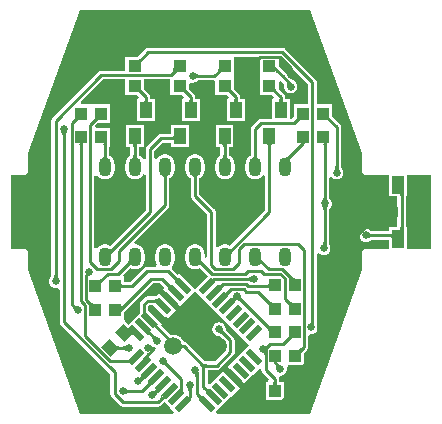
<source format=gtl>
G04 Layer_Physical_Order=1*
G04 Layer_Color=255*
%FSAX44Y44*%
%MOMM*%
G71*
G01*
G75*
%ADD10R,1.0000X1.5000*%
G04:AMPARAMS|DCode=11|XSize=1mm|YSize=1.1mm|CornerRadius=0mm|HoleSize=0mm|Usage=FLASHONLY|Rotation=225.000|XOffset=0mm|YOffset=0mm|HoleType=Round|Shape=Rectangle|*
%AMROTATEDRECTD11*
4,1,4,-0.0354,0.7425,0.7425,-0.0354,0.0354,-0.7425,-0.7425,0.0354,-0.0354,0.7425,0.0*
%
%ADD11ROTATEDRECTD11*%

%ADD12R,1.0000X1.4000*%
%ADD13R,1.1000X1.0000*%
%ADD14R,1.0000X1.1000*%
G04:AMPARAMS|DCode=15|XSize=0.55mm|YSize=1.5mm|CornerRadius=0mm|HoleSize=0mm|Usage=FLASHONLY|Rotation=45.000|XOffset=0mm|YOffset=0mm|HoleType=Round|Shape=Rectangle|*
%AMROTATEDRECTD15*
4,1,4,0.3359,-0.7248,-0.7248,0.3359,-0.3359,0.7248,0.7248,-0.3359,0.3359,-0.7248,0.0*
%
%ADD15ROTATEDRECTD15*%

G04:AMPARAMS|DCode=16|XSize=0.55mm|YSize=1.5mm|CornerRadius=0mm|HoleSize=0mm|Usage=FLASHONLY|Rotation=315.000|XOffset=0mm|YOffset=0mm|HoleType=Round|Shape=Rectangle|*
%AMROTATEDRECTD16*
4,1,4,-0.7248,-0.3359,0.3359,0.7248,0.7248,0.3359,-0.3359,-0.7248,-0.7248,-0.3359,0.0*
%
%ADD16ROTATEDRECTD16*%

%ADD17C,0.2286*%
%ADD18O,1.1000X1.5000*%
%ADD19C,1.7780*%
%ADD20C,1.5000*%
%ADD21O,1.1000X1.6000*%
%ADD22C,0.6350*%
G36*
X00670524Y00861609D02*
X00671398Y00860862D01*
X00671778Y00860592D01*
X00672120Y00860393D01*
X00672425Y00860263D01*
X00672691Y00860203D01*
X00672920Y00860212D01*
X00673110Y00860291D01*
X00673263Y00860440D01*
X00670561Y00856737D01*
X00670665Y00856935D01*
X00670709Y00857160D01*
X00670694Y00857413D01*
X00670618Y00857694D01*
X00670484Y00858004D01*
X00670289Y00858341D01*
X00670035Y00858706D01*
X00669721Y00859100D01*
X00668914Y00859970D01*
X00670030Y00862086D01*
X00670524Y00861609D01*
D02*
G37*
G36*
X00518999Y00860634D02*
X00519840Y00859922D01*
X00520212Y00859664D01*
X00520551Y00859470D01*
X00520858Y00859341D01*
X00521133Y00859276D01*
X00521376D01*
X00521586Y00859341D01*
X00521763Y00859470D01*
X00518531Y00856237D01*
X00518660Y00856415D01*
X00518725Y00856625D01*
Y00856867D01*
X00518660Y00857142D01*
X00518531Y00857449D01*
X00518337Y00857789D01*
X00518078Y00858160D01*
X00517755Y00858565D01*
X00516914Y00859470D01*
X00518531Y00861086D01*
X00518999Y00860634D01*
D02*
G37*
G36*
X00505937Y00857901D02*
X00506215Y00857682D01*
X00506515Y00857481D01*
X00506835Y00857299D01*
X00507177Y00857134D01*
X00507540Y00856988D01*
X00507924Y00856859D01*
X00508330Y00856749D01*
X00508756Y00856658D01*
X00509204Y00856584D01*
X00505618Y00852998D01*
X00505544Y00853446D01*
X00505343Y00854278D01*
X00505215Y00854662D01*
X00505068Y00855025D01*
X00504903Y00855367D01*
X00504721Y00855687D01*
X00504520Y00855987D01*
X00504301Y00856265D01*
X00504063Y00856522D01*
X00505680Y00858139D01*
X00505937Y00857901D01*
D02*
G37*
G36*
X00573571Y00860240D02*
X00573584Y00860275D01*
X00573547Y00860307D01*
X00573460Y00860334D01*
X00573324Y00860358D01*
X00573139Y00860379D01*
X00572620Y00860408D01*
X00571470Y00860425D01*
X00573756Y00862711D01*
X00574208Y00862722D01*
X00574636Y00862756D01*
X00575040Y00862812D01*
X00575420Y00862890D01*
X00575777Y00862991D01*
X00576110Y00863115D01*
X00576420Y00863260D01*
X00576706Y00863429D01*
X00576968Y00863619D01*
X00577207Y00863832D01*
X00573571Y00860240D01*
D02*
G37*
G36*
X00547086Y00854841D02*
X00546773Y00854512D01*
X00546493Y00854185D01*
X00546246Y00853859D01*
X00546032Y00853533D01*
X00545851Y00853210D01*
X00545702Y00852887D01*
X00545587Y00852566D01*
X00545505Y00852245D01*
X00545455Y00851926D01*
X00545439Y00851608D01*
Y00858074D01*
X00545455Y00857778D01*
X00545505Y00857547D01*
X00545587Y00857383D01*
X00545702Y00857284D01*
X00545851Y00857251D01*
X00546032Y00857284D01*
X00546246Y00857383D01*
X00546493Y00857547D01*
X00546773Y00857778D01*
X00547086Y00858074D01*
Y00854841D01*
D02*
G37*
G36*
X00687524Y00861609D02*
X00688398Y00860862D01*
X00688778Y00860592D01*
X00689121Y00860393D01*
X00689425Y00860263D01*
X00689691Y00860203D01*
X00689920Y00860212D01*
X00690111Y00860291D01*
X00690263Y00860440D01*
X00687561Y00856737D01*
X00687665Y00856935D01*
X00687709Y00857160D01*
X00687694Y00857413D01*
X00687619Y00857694D01*
X00687484Y00858004D01*
X00687289Y00858341D01*
X00687035Y00858706D01*
X00686721Y00859100D01*
X00685914Y00859970D01*
X00687030Y00862086D01*
X00687524Y00861609D01*
D02*
G37*
G36*
X00669109Y00841274D02*
X00669476Y00840956D01*
X00669649Y00840827D01*
X00669814Y00840718D01*
X00669972Y00840629D01*
X00670123Y00840559D01*
X00670266Y00840510D01*
X00670402Y00840480D01*
X00670530Y00840470D01*
X00670561Y00834997D01*
X00670543Y00835316D01*
X00670492Y00835637D01*
X00670409Y00835958D01*
X00670293Y00836280D01*
X00670145Y00836602D01*
X00669964Y00836926D01*
X00669750Y00837251D01*
X00669504Y00837576D01*
X00669225Y00837903D01*
X00668914Y00838230D01*
Y00841463D01*
X00669109Y00841274D01*
D02*
G37*
G36*
X00631487Y00837559D02*
X00631688Y00836727D01*
X00631816Y00836343D01*
X00631963Y00835980D01*
X00632127Y00835638D01*
X00632310Y00835318D01*
X00632511Y00835018D01*
X00632730Y00834740D01*
X00632968Y00834483D01*
X00631351Y00832866D01*
X00631094Y00833104D01*
X00630816Y00833323D01*
X00630517Y00833524D01*
X00630196Y00833707D01*
X00629854Y00833871D01*
X00629491Y00834017D01*
X00629107Y00834146D01*
X00628701Y00834256D01*
X00628275Y00834347D01*
X00627827Y00834421D01*
X00631413Y00838007D01*
X00631487Y00837559D01*
D02*
G37*
G36*
X00570567Y00836075D02*
X00570478Y00835890D01*
X00570437Y00835687D01*
X00570445Y00835469D01*
X00570502Y00835235D01*
X00570607Y00834984D01*
X00570761Y00834718D01*
X00570963Y00834435D01*
X00571213Y00834136D01*
X00571512Y00833820D01*
X00569896Y00832204D01*
X00569581Y00832503D01*
X00569282Y00832754D01*
X00568999Y00832956D01*
X00568732Y00833109D01*
X00568481Y00833214D01*
X00568247Y00833271D01*
X00568029Y00833279D01*
X00567827Y00833239D01*
X00567641Y00833150D01*
X00567471Y00833012D01*
X00570704Y00836245D01*
X00570567Y00836075D01*
D02*
G37*
G36*
X00566104Y00852772D02*
X00562632Y00849257D01*
X00562845Y00849496D01*
X00563035Y00849758D01*
X00563204Y00850044D01*
X00563349Y00850354D01*
X00563473Y00850687D01*
X00563574Y00851044D01*
X00563652Y00851425D01*
X00563708Y00851829D01*
X00563742Y00852256D01*
X00563753Y00852708D01*
X00566039Y00854994D01*
X00566104Y00852772D01*
D02*
G37*
G36*
X00708533Y00843566D02*
X00708538Y00843135D01*
X00708656Y00841631D01*
X00708710Y00841310D01*
X00708848Y00840733D01*
X00708931Y00840478D01*
X00709025Y00840244D01*
X00704554Y00841724D01*
X00704876Y00841926D01*
X00705163Y00842149D01*
X00705417Y00842393D01*
X00705638Y00842657D01*
X00705824Y00842942D01*
X00705976Y00843247D01*
X00706095Y00843573D01*
X00706179Y00843919D01*
X00706230Y00844287D01*
X00706247Y00844675D01*
X00708533Y00843566D01*
D02*
G37*
G36*
X00576223Y00841732D02*
X00576134Y00841547D01*
X00576094Y00841345D01*
X00576102Y00841126D01*
X00576159Y00840892D01*
X00576264Y00840641D01*
X00576417Y00840375D01*
X00576619Y00840092D01*
X00576870Y00839793D01*
X00577169Y00839477D01*
X00575552Y00837861D01*
X00575237Y00838160D01*
X00574938Y00838411D01*
X00574655Y00838613D01*
X00574389Y00838766D01*
X00574138Y00838871D01*
X00573904Y00838928D01*
X00573685Y00838936D01*
X00573483Y00838896D01*
X00573298Y00838807D01*
X00573128Y00838669D01*
X00576361Y00841902D01*
X00576223Y00841732D01*
D02*
G37*
G36*
X00530086Y00878970D02*
X00529653Y00878521D01*
X00528965Y00877706D01*
X00528711Y00877341D01*
X00528516Y00877003D01*
X00528381Y00876694D01*
X00528306Y00876413D01*
X00528291Y00876160D01*
X00528335Y00875934D01*
X00528439Y00875737D01*
X00525737Y00879439D01*
X00525890Y00879291D01*
X00526080Y00879212D01*
X00526309Y00879202D01*
X00526575Y00879263D01*
X00526880Y00879393D01*
X00527222Y00879592D01*
X00527602Y00879861D01*
X00528020Y00880200D01*
X00528970Y00881086D01*
X00530086Y00878970D01*
D02*
G37*
G36*
X00591976Y00881255D02*
X00592279Y00881001D01*
X00592565Y00880795D01*
X00592835Y00880639D01*
X00593087Y00880531D01*
X00593324Y00880473D01*
X00593544Y00880463D01*
X00593747Y00880503D01*
X00593933Y00880591D01*
X00594103Y00880728D01*
X00590870Y00877495D01*
X00591007Y00877665D01*
X00591096Y00877852D01*
X00591135Y00878055D01*
X00591125Y00878275D01*
X00591067Y00878511D01*
X00590959Y00878764D01*
X00590803Y00879033D01*
X00590598Y00879319D01*
X00590344Y00879622D01*
X00590040Y00879941D01*
X00591657Y00881558D01*
X00591976Y00881255D01*
D02*
G37*
G36*
X00655949Y00877320D02*
X00655581Y00877585D01*
X00654850Y00878031D01*
X00654488Y00878212D01*
X00654127Y00878365D01*
X00653769Y00878490D01*
X00653413Y00878588D01*
X00653059Y00878657D01*
X00652708Y00878699D01*
X00652358Y00878713D01*
Y00880999D01*
X00652708Y00881013D01*
X00653059Y00881055D01*
X00653413Y00881124D01*
X00653769Y00881222D01*
X00654127Y00881347D01*
X00654488Y00881500D01*
X00654850Y00881681D01*
X00655214Y00881890D01*
X00655581Y00882127D01*
X00655949Y00882392D01*
Y00877320D01*
D02*
G37*
G36*
X00613411Y00896390D02*
X00613386Y00896146D01*
X00613410Y00895883D01*
X00613484Y00895603D01*
X00613608Y00895305D01*
X00613781Y00894989D01*
X00614004Y00894655D01*
X00614277Y00894304D01*
X00614599Y00893934D01*
X00614970Y00893547D01*
X00613901Y00891383D01*
X00613530Y00891738D01*
X00613187Y00892033D01*
X00612872Y00892267D01*
X00612586Y00892440D01*
X00612329Y00892552D01*
X00612099Y00892604D01*
X00611899Y00892596D01*
X00611727Y00892526D01*
X00611583Y00892396D01*
X00611468Y00892206D01*
X00613486Y00896617D01*
X00613411Y00896390D01*
D02*
G37*
G36*
X00690017Y00881775D02*
X00690344Y00881497D01*
X00690669Y00881250D01*
X00690994Y00881037D01*
X00691317Y00880856D01*
X00691640Y00880707D01*
X00691962Y00880592D01*
X00692283Y00880508D01*
X00692604Y00880458D01*
X00692923Y00880440D01*
X00687531Y00880470D01*
X00687617Y00880486D01*
X00687661Y00880535D01*
X00687662Y00880615D01*
X00687619Y00880729D01*
X00687534Y00880874D01*
X00687405Y00881052D01*
X00687233Y00881262D01*
X00686759Y00881779D01*
X00686457Y00882086D01*
X00689690D01*
X00690017Y00881775D01*
D02*
G37*
G36*
X00491157Y00883152D02*
X00491199Y00882801D01*
X00491268Y00882447D01*
X00491366Y00882091D01*
X00491491Y00881733D01*
X00491644Y00881373D01*
X00491825Y00881010D01*
X00492034Y00880646D01*
X00492271Y00880279D01*
X00492536Y00879911D01*
X00487464D01*
X00487729Y00880279D01*
X00488175Y00881010D01*
X00488356Y00881373D01*
X00488509Y00881733D01*
X00488634Y00882091D01*
X00488732Y00882447D01*
X00488801Y00882801D01*
X00488843Y00883152D01*
X00488857Y00883502D01*
X00491143D01*
X00491157Y00883152D01*
D02*
G37*
G36*
X00545462Y00876069D02*
X00545532Y00875875D01*
X00545647Y00875703D01*
X00545810Y00875555D01*
X00546018Y00875429D01*
X00546273Y00875326D01*
X00546574Y00875246D01*
X00546921Y00875189D01*
X00547315Y00875155D01*
X00547755Y00875143D01*
Y00872857D01*
X00547315Y00872846D01*
X00546921Y00872812D01*
X00546574Y00872754D01*
X00546273Y00872674D01*
X00546018Y00872571D01*
X00545810Y00872446D01*
X00545647Y00872297D01*
X00545532Y00872126D01*
X00545462Y00871932D01*
X00545439Y00871714D01*
Y00876286D01*
X00545462Y00876069D01*
D02*
G37*
G36*
X00637273Y00868628D02*
X00636970Y00868308D01*
X00636716Y00868006D01*
X00636510Y00867720D01*
X00636354Y00867450D01*
X00636246Y00867197D01*
X00636188Y00866961D01*
X00636178Y00866741D01*
X00636218Y00866538D01*
X00636306Y00866351D01*
X00636443Y00866181D01*
X00633210Y00869414D01*
X00633380Y00869277D01*
X00633567Y00869189D01*
X00633770Y00869150D01*
X00633989Y00869159D01*
X00634226Y00869218D01*
X00634479Y00869325D01*
X00634748Y00869482D01*
X00635034Y00869687D01*
X00635337Y00869941D01*
X00635656Y00870244D01*
X00637273Y00868628D01*
D02*
G37*
G36*
X00646600Y00865372D02*
X00646801Y00864540D01*
X00646929Y00864156D01*
X00647076Y00863793D01*
X00647241Y00863451D01*
X00647423Y00863130D01*
X00647624Y00862831D01*
X00647843Y00862553D01*
X00648081Y00862296D01*
X00646464Y00860679D01*
X00646207Y00860917D01*
X00645929Y00861136D01*
X00645630Y00861337D01*
X00645309Y00861519D01*
X00644967Y00861684D01*
X00644604Y00861831D01*
X00644220Y00861959D01*
X00643814Y00862069D01*
X00643388Y00862160D01*
X00643382Y00862161D01*
X00643376Y00862160D01*
X00642544Y00861959D01*
X00642160Y00861831D01*
X00641797Y00861684D01*
X00641719Y00861646D01*
X00641676Y00861473D01*
X00641666Y00861254D01*
X00641705Y00861051D01*
X00641794Y00860864D01*
X00641931Y00860694D01*
X00641233Y00861393D01*
X00641134Y00861337D01*
X00640835Y00861136D01*
X00640557Y00860917D01*
X00640300Y00860679D01*
X00638683Y00862296D01*
X00638921Y00862553D01*
X00639140Y00862831D01*
X00639341Y00863130D01*
X00639397Y00863229D01*
X00638698Y00863927D01*
X00638868Y00863790D01*
X00639055Y00863701D01*
X00639258Y00863662D01*
X00639478Y00863672D01*
X00639650Y00863715D01*
X00639688Y00863793D01*
X00639835Y00864156D01*
X00639963Y00864540D01*
X00640073Y00864946D01*
X00640164Y00865372D01*
X00640238Y00865820D01*
X00643382Y00862676D01*
X00646526Y00865820D01*
X00646600Y00865372D01*
D02*
G37*
G36*
X00631616Y00874285D02*
X00631313Y00873966D01*
X00631059Y00873663D01*
X00630854Y00873377D01*
X00630697Y00873107D01*
X00630590Y00872854D01*
X00630531Y00872618D01*
X00630522Y00872398D01*
X00630561Y00872195D01*
X00630649Y00872009D01*
X00630787Y00871839D01*
X00627554Y00875071D01*
X00627724Y00874934D01*
X00627910Y00874846D01*
X00628113Y00874807D01*
X00628333Y00874816D01*
X00628569Y00874875D01*
X00628822Y00874982D01*
X00629092Y00875139D01*
X00629378Y00875344D01*
X00629680Y00875598D01*
X00630000Y00875901D01*
X00631616Y00874285D01*
D02*
G37*
G36*
X00586320Y00875598D02*
X00586622Y00875344D01*
X00586908Y00875139D01*
X00587178Y00874982D01*
X00587431Y00874875D01*
X00587667Y00874816D01*
X00587887Y00874807D01*
X00588090Y00874846D01*
X00588277Y00874934D01*
X00588447Y00875071D01*
X00585214Y00871839D01*
X00585351Y00872009D01*
X00585439Y00872195D01*
X00585478Y00872398D01*
X00585469Y00872618D01*
X00585410Y00872854D01*
X00585303Y00873107D01*
X00585146Y00873377D01*
X00584941Y00873663D01*
X00584687Y00873966D01*
X00584384Y00874285D01*
X00586000Y00875901D01*
X00586320Y00875598D01*
D02*
G37*
G36*
X00670561Y00871728D02*
X00670538Y00871945D01*
X00670468Y00872140D01*
X00670352Y00872311D01*
X00670190Y00872459D01*
X00669982Y00872585D01*
X00669727Y00872688D01*
X00669426Y00872768D01*
X00669078Y00872825D01*
X00668684Y00872860D01*
X00668244Y00872871D01*
Y00875157D01*
X00668684Y00875168D01*
X00669078Y00875203D01*
X00669426Y00875260D01*
X00669727Y00875340D01*
X00669982Y00875443D01*
X00670190Y00875568D01*
X00670352Y00875717D01*
X00670468Y00875889D01*
X00670538Y00876083D01*
X00670561Y00876300D01*
Y00871728D01*
D02*
G37*
G36*
X00552576Y00836305D02*
X00552721Y00836114D01*
X00552923Y00835946D01*
X00553182Y00835800D01*
X00553498Y00835677D01*
X00553872Y00835576D01*
X00554303Y00835497D01*
X00554791Y00835441D01*
X00555336Y00835408D01*
X00555939Y00835396D01*
X00557131Y00833110D01*
X00556422Y00833099D01*
X00555247Y00833009D01*
X00554781Y00832931D01*
X00554395Y00832830D01*
X00554091Y00832707D01*
X00553867Y00832561D01*
X00553724Y00832393D01*
X00553662Y00832202D01*
X00553680Y00831989D01*
X00553385Y00833112D01*
X00553200Y00833110D01*
Y00833813D01*
X00552488Y00836518D01*
X00552576Y00836305D01*
D02*
G37*
G36*
X00676655Y00792317D02*
X00676689Y00791923D01*
X00676746Y00791575D01*
X00676826Y00791274D01*
X00676929Y00791019D01*
X00677055Y00790811D01*
X00677203Y00790649D01*
X00677375Y00790533D01*
X00677569Y00790463D01*
X00677786Y00790440D01*
X00673214D01*
X00673431Y00790463D01*
X00673626Y00790533D01*
X00673797Y00790649D01*
X00673946Y00790811D01*
X00674072Y00791019D01*
X00674174Y00791274D01*
X00674254Y00791575D01*
X00674312Y00791923D01*
X00674346Y00792317D01*
X00674357Y00792757D01*
X00676643D01*
X00676655Y00792317D01*
D02*
G37*
G36*
X00571454Y00789878D02*
X00571284Y00790016D01*
X00571099Y00790105D01*
X00570896Y00790145D01*
X00570678Y00790137D01*
X00570444Y00790080D01*
X00570193Y00789976D01*
X00569927Y00789822D01*
X00569644Y00789620D01*
X00569345Y00789369D01*
X00569030Y00789070D01*
X00567413Y00790687D01*
X00567712Y00791002D01*
X00567963Y00791301D01*
X00568165Y00791584D01*
X00568318Y00791851D01*
X00568423Y00792101D01*
X00568480Y00792336D01*
X00568488Y00792554D01*
X00568448Y00792756D01*
X00568359Y00792942D01*
X00568221Y00793111D01*
X00571454Y00789878D01*
D02*
G37*
G36*
X00597535Y00787211D02*
X00597546Y00786640D01*
X00597636Y00785648D01*
X00597714Y00785227D01*
X00597815Y00784857D01*
X00597939Y00784537D01*
X00598084Y00784267D01*
X00598253Y00784048D01*
X00598443Y00783879D01*
X00598656Y00783761D01*
X00594128Y00785647D01*
X00594341Y00785597D01*
X00594531Y00785635D01*
X00594700Y00785761D01*
X00594845Y00785975D01*
X00594969Y00786276D01*
X00595070Y00786665D01*
X00595148Y00787141D01*
X00595204Y00787706D01*
X00595249Y00789097D01*
X00597535Y00787211D01*
D02*
G37*
G36*
X00614187Y00809180D02*
X00614530Y00808905D01*
X00614887Y00808663D01*
X00615257Y00808453D01*
X00615641Y00808275D01*
X00616038Y00808130D01*
X00616448Y00808017D01*
X00616872Y00807936D01*
X00617309Y00807887D01*
X00617759Y00807871D01*
X00618429Y00805585D01*
X00617995Y00805562D01*
X00617606Y00805493D01*
X00617263Y00805379D01*
X00616966Y00805219D01*
X00616715Y00805014D01*
X00616509Y00804762D01*
X00616349Y00804465D01*
X00616234Y00804122D01*
X00616166Y00803733D01*
X00616143Y00803299D01*
X00613857Y00803969D01*
X00613841Y00804419D01*
X00613792Y00804856D01*
X00613712Y00805280D01*
X00613598Y00805690D01*
X00613453Y00806087D01*
X00613275Y00806471D01*
X00613065Y00806841D01*
X00612822Y00807198D01*
X00612548Y00807541D01*
X00612240Y00807871D01*
X00613857Y00809487D01*
X00614187Y00809180D01*
D02*
G37*
G36*
X00610841Y00801544D02*
X00610767Y00801302D01*
X00610702Y00801036D01*
X00610598Y00800431D01*
X00610559Y00800091D01*
X00610493Y00798926D01*
X00610489Y00798489D01*
X00608203Y00797291D01*
X00608186Y00797681D01*
X00608135Y00798049D01*
X00608050Y00798394D01*
X00607932Y00798718D01*
X00607779Y00799019D01*
X00607593Y00799299D01*
X00607372Y00799557D01*
X00607118Y00799792D01*
X00606829Y00800006D01*
X00606507Y00800198D01*
X00610923Y00801761D01*
X00610841Y00801544D01*
D02*
G37*
G36*
X00565797Y00795536D02*
X00565627Y00795673D01*
X00565442Y00795762D01*
X00565239Y00795802D01*
X00565021Y00795794D01*
X00564787Y00795738D01*
X00564536Y00795632D01*
X00564270Y00795479D01*
X00564087Y00795348D01*
X00563941Y00795146D01*
X00563743Y00794832D01*
X00563563Y00794503D01*
X00563401Y00794158D01*
X00563257Y00793798D01*
X00563130Y00793422D01*
X00563021Y00793030D01*
X00562930Y00792623D01*
X00559688Y00796414D01*
X00560124Y00796444D01*
X00560541Y00796498D01*
X00560940Y00796576D01*
X00561320Y00796677D01*
X00561680Y00796803D01*
X00562022Y00796952D01*
X00562345Y00797125D01*
X00562494Y00797222D01*
X00562508Y00797241D01*
X00562661Y00797508D01*
X00562766Y00797758D01*
X00562823Y00797993D01*
X00562831Y00798211D01*
X00562790Y00798413D01*
X00562702Y00798599D01*
X00562564Y00798768D01*
X00565797Y00795536D01*
D02*
G37*
G36*
X00549279Y00787271D02*
X00550010Y00786825D01*
X00550373Y00786644D01*
X00550733Y00786491D01*
X00551091Y00786366D01*
X00551447Y00786268D01*
X00551801Y00786199D01*
X00552152Y00786157D01*
X00552502Y00786143D01*
Y00783857D01*
X00552152Y00783843D01*
X00551801Y00783801D01*
X00551447Y00783732D01*
X00551091Y00783634D01*
X00550733Y00783509D01*
X00550373Y00783356D01*
X00550010Y00783175D01*
X00549646Y00782966D01*
X00549279Y00782729D01*
X00548911Y00782464D01*
Y00787536D01*
X00549279Y00787271D01*
D02*
G37*
G36*
X00582768Y00778565D02*
X00582598Y00778702D01*
X00582412Y00778791D01*
X00582210Y00778831D01*
X00581992Y00778823D01*
X00581758Y00778767D01*
X00581507Y00778662D01*
X00581240Y00778508D01*
X00580957Y00778306D01*
X00580658Y00778056D01*
X00580343Y00777757D01*
X00578727Y00779373D01*
X00579026Y00779688D01*
X00579276Y00779987D01*
X00579478Y00780270D01*
X00579632Y00780537D01*
X00579737Y00780787D01*
X00579794Y00781022D01*
X00579802Y00781240D01*
X00579761Y00781442D01*
X00579672Y00781628D01*
X00579535Y00781798D01*
X00582768Y00778565D01*
D02*
G37*
G36*
X00612482Y00781553D02*
X00612785Y00781298D01*
X00613071Y00781093D01*
X00613340Y00780937D01*
X00613593Y00780829D01*
X00613830Y00780771D01*
X00614049Y00780761D01*
X00614253Y00780800D01*
X00614439Y00780889D01*
X00614609Y00781026D01*
X00611376Y00777793D01*
X00611513Y00777963D01*
X00611602Y00778149D01*
X00611641Y00778353D01*
X00611631Y00778572D01*
X00611573Y00778809D01*
X00611465Y00779062D01*
X00611309Y00779331D01*
X00611104Y00779617D01*
X00610849Y00779920D01*
X00610546Y00780239D01*
X00612163Y00781856D01*
X00612482Y00781553D01*
D02*
G37*
G36*
X00605775Y00788169D02*
X00605329Y00787438D01*
X00605148Y00787076D01*
X00604995Y00786715D01*
X00604870Y00786357D01*
X00604772Y00786001D01*
X00604703Y00785647D01*
X00604661Y00785295D01*
X00604647Y00784946D01*
X00602361D01*
X00602347Y00785295D01*
X00602305Y00785647D01*
X00602236Y00786001D01*
X00602138Y00786357D01*
X00602013Y00786715D01*
X00601860Y00787076D01*
X00601679Y00787438D01*
X00601470Y00787802D01*
X00601233Y00788169D01*
X00600968Y00788537D01*
X00606040D01*
X00605775Y00788169D01*
D02*
G37*
G36*
X00575083Y00786250D02*
X00575090Y00786257D01*
X00576707Y00784640D01*
X00576700Y00784633D01*
X00577417Y00783915D01*
X00577265Y00784036D01*
X00577094Y00784109D01*
X00576906Y00784136D01*
X00576699Y00784116D01*
X00576475Y00784050D01*
X00576232Y00783936D01*
X00576070Y00783837D01*
X00576049Y00783805D01*
X00575867Y00783485D01*
X00575702Y00783143D01*
X00575555Y00782780D01*
X00575427Y00782396D01*
X00575317Y00781990D01*
X00575226Y00781564D01*
X00575152Y00781116D01*
X00571566Y00784702D01*
X00572014Y00784776D01*
X00572846Y00784977D01*
X00573230Y00785106D01*
X00573593Y00785252D01*
X00573935Y00785416D01*
X00574255Y00785599D01*
X00574260Y00785602D01*
X00574372Y00785797D01*
X00574477Y00786048D01*
X00574534Y00786282D01*
X00574542Y00786500D01*
X00574501Y00786702D01*
X00574412Y00786888D01*
X00574275Y00787058D01*
X00575083Y00786250D01*
D02*
G37*
G36*
X00618139Y00787210D02*
X00618442Y00786955D01*
X00618728Y00786750D01*
X00618997Y00786594D01*
X00619250Y00786486D01*
X00619487Y00786428D01*
X00619706Y00786418D01*
X00619910Y00786458D01*
X00620096Y00786546D01*
X00620266Y00786683D01*
X00617033Y00783450D01*
X00617170Y00783620D01*
X00617259Y00783807D01*
X00617298Y00784010D01*
X00617288Y00784230D01*
X00617230Y00784466D01*
X00617122Y00784719D01*
X00616966Y00784988D01*
X00616761Y00785274D01*
X00616507Y00785577D01*
X00616203Y00785896D01*
X00617820Y00787513D01*
X00618139Y00787210D01*
D02*
G37*
G36*
X00699086Y00819970D02*
X00698653Y00819521D01*
X00697965Y00818706D01*
X00697711Y00818341D01*
X00697516Y00818004D01*
X00697381Y00817695D01*
X00697306Y00817413D01*
X00697291Y00817160D01*
X00697335Y00816935D01*
X00697439Y00816737D01*
X00694737Y00820440D01*
X00694889Y00820291D01*
X00695080Y00820212D01*
X00695309Y00820203D01*
X00695575Y00820263D01*
X00695879Y00820393D01*
X00696222Y00820592D01*
X00696602Y00820862D01*
X00697020Y00821200D01*
X00697970Y00822087D01*
X00699086Y00819970D01*
D02*
G37*
G36*
X00571120Y00823230D02*
X00571277Y00823100D01*
X00571461Y00822986D01*
X00571673Y00822887D01*
X00571913Y00822803D01*
X00572181Y00822734D01*
X00572477Y00822681D01*
X00572800Y00822643D01*
X00573532Y00822613D01*
Y00820327D01*
X00573152Y00820319D01*
X00572477Y00820258D01*
X00572181Y00820205D01*
X00571913Y00820136D01*
X00571673Y00820052D01*
X00571461Y00819953D01*
X00571277Y00819839D01*
X00571120Y00819709D01*
X00570992Y00819565D01*
Y00823374D01*
X00571120Y00823230D01*
D02*
G37*
G36*
X00541049Y00823741D02*
X00541157Y00823551D01*
X00541332Y00823382D01*
X00541575Y00823237D01*
X00541886Y00823113D01*
X00542265Y00823012D01*
X00542712Y00822934D01*
X00543227Y00822878D01*
X00544461Y00822833D01*
X00544568Y00820547D01*
X00543907Y00820536D01*
X00542797Y00820446D01*
X00542346Y00820368D01*
X00541966Y00820267D01*
X00541656Y00820143D01*
X00541416Y00819997D01*
X00541247Y00819829D01*
X00541147Y00819639D01*
X00541117Y00819426D01*
X00541010Y00823954D01*
X00541049Y00823741D01*
D02*
G37*
G36*
X00690263Y00829562D02*
X00690111Y00829710D01*
X00689920Y00829789D01*
X00689691Y00829798D01*
X00689425Y00829738D01*
X00689121Y00829608D01*
X00688778Y00829409D01*
X00688398Y00829140D01*
X00687980Y00828801D01*
X00687030Y00827915D01*
X00685914Y00830031D01*
X00686347Y00830480D01*
X00687035Y00831295D01*
X00687289Y00831660D01*
X00687484Y00831997D01*
X00687619Y00832307D01*
X00687694Y00832588D01*
X00687709Y00832841D01*
X00687665Y00833067D01*
X00687561Y00833264D01*
X00690263Y00829562D01*
D02*
G37*
G36*
X00572993Y00832360D02*
X00573271Y00832141D01*
X00573571Y00831939D01*
X00573891Y00831757D01*
X00574233Y00831592D01*
X00574596Y00831446D01*
X00574980Y00831318D01*
X00575386Y00831208D01*
X00575812Y00831116D01*
X00576260Y00831042D01*
X00572674Y00827456D01*
X00572600Y00827904D01*
X00572399Y00828736D01*
X00572271Y00829120D01*
X00572124Y00829483D01*
X00571959Y00829825D01*
X00571777Y00830146D01*
X00571576Y00830445D01*
X00571357Y00830723D01*
X00571119Y00830981D01*
X00572736Y00832597D01*
X00572993Y00832360D01*
D02*
G37*
G36*
X00596576Y00824787D02*
X00596676Y00824644D01*
X00596812Y00824517D01*
X00596984Y00824407D01*
X00597192Y00824314D01*
X00597435Y00824238D01*
X00597715Y00824179D01*
X00598030Y00824137D01*
X00598381Y00824111D01*
X00598768Y00824103D01*
Y00821817D01*
X00598381Y00821808D01*
X00597715Y00821741D01*
X00597435Y00821682D01*
X00597192Y00821606D01*
X00596984Y00821513D01*
X00596812Y00821403D01*
X00596676Y00821276D01*
X00596576Y00821133D01*
X00596512Y00820972D01*
Y00824948D01*
X00596576Y00824787D01*
D02*
G37*
G36*
X00553126Y00808250D02*
X00553103Y00808463D01*
X00553008Y00808653D01*
X00552842Y00808821D01*
X00552604Y00808967D01*
X00552295Y00809091D01*
X00551914Y00809192D01*
X00551461Y00809270D01*
X00550938Y00809326D01*
X00549676Y00809371D01*
X00549926Y00811657D01*
X00550571Y00811668D01*
X00551660Y00811758D01*
X00552105Y00811836D01*
X00552483Y00811937D01*
X00552795Y00812061D01*
X00553040Y00812206D01*
X00553219Y00812375D01*
X00553331Y00812565D01*
X00553377Y00812778D01*
X00553126Y00808250D01*
D02*
G37*
G36*
X00584116Y00810508D02*
X00584317Y00809676D01*
X00584445Y00809292D01*
X00584592Y00808929D01*
X00584757Y00808587D01*
X00584939Y00808267D01*
X00585140Y00807967D01*
X00585359Y00807689D01*
X00585597Y00807432D01*
X00583980Y00805815D01*
X00583723Y00806053D01*
X00583445Y00806272D01*
X00583145Y00806473D01*
X00582825Y00806656D01*
X00582483Y00806820D01*
X00582120Y00806966D01*
X00581736Y00807095D01*
X00581330Y00807205D01*
X00580904Y00807296D01*
X00580456Y00807370D01*
X00584042Y00810956D01*
X00584116Y00810508D01*
D02*
G37*
G36*
X00677967Y00808660D02*
X00678552Y00808178D01*
X00678855Y00807964D01*
X00679484Y00807591D01*
X00679809Y00807432D01*
X00680142Y00807291D01*
X00680482Y00807169D01*
X00680830Y00807064D01*
X00676835Y00804261D01*
X00676855Y00804675D01*
X00676844Y00805074D01*
X00676804Y00805458D01*
X00676733Y00805826D01*
X00676631Y00806179D01*
X00676500Y00806516D01*
X00676338Y00806838D01*
X00676146Y00807144D01*
X00675923Y00807435D01*
X00675671Y00807710D01*
X00677686Y00808929D01*
X00677967Y00808660D01*
D02*
G37*
G36*
X00550031Y00819154D02*
X00549663Y00819419D01*
X00548932Y00819865D01*
X00548569Y00820046D01*
X00548209Y00820199D01*
X00547851Y00820324D01*
X00547495Y00820422D01*
X00547141Y00820491D01*
X00546790Y00820533D01*
X00546440Y00820547D01*
Y00822833D01*
X00546790Y00822847D01*
X00547141Y00822889D01*
X00547495Y00822958D01*
X00547851Y00823056D01*
X00548209Y00823181D01*
X00548569Y00823334D01*
X00548932Y00823515D01*
X00549296Y00823724D01*
X00549663Y00823961D01*
X00550031Y00824226D01*
Y00819154D01*
D02*
G37*
G36*
X00668909Y00816362D02*
X00666623Y00815537D01*
X00666608Y00815953D01*
X00666563Y00816327D01*
X00666489Y00816660D01*
X00666385Y00816951D01*
X00666251Y00817202D01*
X00666087Y00817411D01*
X00665893Y00817579D01*
X00665670Y00817705D01*
X00665417Y00817791D01*
X00665134Y00817835D01*
X00668513Y00820466D01*
X00668909Y00816362D01*
D02*
G37*
G36*
X00569686Y00816007D02*
X00569385Y00815690D01*
X00569132Y00815388D01*
X00568928Y00815103D01*
X00568772Y00814834D01*
X00568665Y00814582D01*
X00568606Y00814345D01*
X00568596Y00814125D01*
X00568634Y00813921D01*
X00568721Y00813733D01*
X00568856Y00813561D01*
X00567165Y00815296D01*
X00567046Y00815447D01*
X00566973Y00815616D01*
X00566947Y00815804D01*
X00566968Y00816010D01*
X00567035Y00816233D01*
X00567149Y00816475D01*
X00567309Y00816735D01*
X00567516Y00817013D01*
X00567770Y00817309D01*
X00568069Y00817624D01*
X00569686Y00816007D01*
D02*
G37*
G36*
X00664232Y00897171D02*
X00664225Y00896909D01*
X00664265Y00896631D01*
X00664352Y00896338D01*
X00664486Y00896029D01*
X00664667Y00895705D01*
X00664895Y00895366D01*
X00665171Y00895011D01*
X00665494Y00894641D01*
X00665863Y00894255D01*
X00665049Y00891837D01*
X00664675Y00892194D01*
X00664333Y00892488D01*
X00664021Y00892718D01*
X00663741Y00892885D01*
X00663491Y00892989D01*
X00663272Y00893029D01*
X00663084Y00893006D01*
X00662927Y00892920D01*
X00662801Y00892770D01*
X00662706Y00892557D01*
X00664286Y00897418D01*
X00664232Y00897171D01*
D02*
G37*
G36*
X00697263Y01014561D02*
X00697110Y01014710D01*
X00696920Y01014789D01*
X00696691Y01014798D01*
X00696425Y01014738D01*
X00696120Y01014608D01*
X00695778Y01014409D01*
X00695398Y01014139D01*
X00694980Y01013801D01*
X00694030Y01012915D01*
X00692914Y01015031D01*
X00693347Y01015480D01*
X00694035Y01016295D01*
X00694289Y01016660D01*
X00694484Y01016997D01*
X00694618Y01017307D01*
X00694694Y01017588D01*
X00694709Y01017841D01*
X00694665Y01018066D01*
X00694561Y01018264D01*
X00697263Y01014561D01*
D02*
G37*
G36*
X00526263D02*
X00526110Y01014710D01*
X00525920Y01014789D01*
X00525691Y01014798D01*
X00525425Y01014738D01*
X00525120Y01014608D01*
X00524778Y01014409D01*
X00524398Y01014139D01*
X00523980Y01013801D01*
X00523030Y01012915D01*
X00521914Y01015031D01*
X00522347Y01015480D01*
X00523035Y01016295D01*
X00523289Y01016660D01*
X00523484Y01016997D01*
X00523619Y01017307D01*
X00523694Y01017588D01*
X00523709Y01017841D01*
X00523665Y01018066D01*
X00523561Y01018264D01*
X00526263Y01014561D01*
D02*
G37*
G36*
X00509263D02*
X00509111Y01014710D01*
X00508920Y01014789D01*
X00508691Y01014798D01*
X00508425Y01014738D01*
X00508121Y01014608D01*
X00507779Y01014409D01*
X00507398Y01014139D01*
X00506980Y01013801D01*
X00506031Y01012915D01*
X00504914Y01015031D01*
X00505348Y01015480D01*
X00506035Y01016295D01*
X00506289Y01016660D01*
X00506484Y01016997D01*
X00506619Y01017307D01*
X00506694Y01017588D01*
X00506709Y01017841D01*
X00506665Y01018066D01*
X00506561Y01018264D01*
X00509263Y01014561D01*
D02*
G37*
G36*
X00643654Y01031822D02*
X00643689Y01031433D01*
X00643746Y01031090D01*
X00643826Y01030793D01*
X00643929Y01030542D01*
X00644055Y01030336D01*
X00644203Y01030176D01*
X00644375Y01030062D01*
X00644569Y01029993D01*
X00644786Y01029970D01*
X00640214D01*
X00640431Y01029993D01*
X00640626Y01030062D01*
X00640797Y01030176D01*
X00640946Y01030336D01*
X00641071Y01030542D01*
X00641174Y01030793D01*
X00641254Y01031090D01*
X00641311Y01031433D01*
X00641346Y01031822D01*
X00641357Y01032256D01*
X00643643D01*
X00643654Y01031822D01*
D02*
G37*
G36*
X00605654D02*
X00605688Y01031433D01*
X00605746Y01031090D01*
X00605826Y01030793D01*
X00605928Y01030542D01*
X00606054Y01030336D01*
X00606203Y01030176D01*
X00606374Y01030062D01*
X00606568Y01029993D01*
X00606786Y01029970D01*
X00602214D01*
X00602431Y01029993D01*
X00602625Y01030062D01*
X00602797Y01030176D01*
X00602945Y01030336D01*
X00603071Y01030542D01*
X00603174Y01030793D01*
X00603254Y01031090D01*
X00603311Y01031433D01*
X00603345Y01031822D01*
X00603357Y01032256D01*
X00605643D01*
X00605654Y01031822D01*
D02*
G37*
G36*
X00567654D02*
X00567688Y01031433D01*
X00567746Y01031090D01*
X00567826Y01030793D01*
X00567929Y01030542D01*
X00568054Y01030336D01*
X00568203Y01030176D01*
X00568374Y01030062D01*
X00568569Y01029993D01*
X00568786Y01029970D01*
X00564214D01*
X00564431Y01029993D01*
X00564625Y01030062D01*
X00564797Y01030176D01*
X00564945Y01030336D01*
X00565071Y01030542D01*
X00565174Y01030793D01*
X00565254Y01031090D01*
X00565311Y01031433D01*
X00565345Y01031822D01*
X00565357Y01032256D01*
X00567643D01*
X00567654Y01031822D01*
D02*
G37*
G36*
X00590061Y00996950D02*
X00590038Y00997167D01*
X00589968Y00997362D01*
X00589853Y00997533D01*
X00589690Y00997682D01*
X00589482Y00997807D01*
X00589227Y00997910D01*
X00588926Y00997990D01*
X00588578Y00998047D01*
X00588185Y00998082D01*
X00587745Y00998093D01*
Y01000379D01*
X00588185Y01000390D01*
X00588578Y01000425D01*
X00588926Y01000482D01*
X00589227Y01000562D01*
X00589482Y01000665D01*
X00589690Y01000790D01*
X00589853Y01000939D01*
X00589968Y01001111D01*
X00590038Y01001305D01*
X00590061Y01001522D01*
Y00996950D01*
D02*
G37*
G36*
X00720069Y00994538D02*
X00719874Y00994469D01*
X00719703Y00994353D01*
X00719555Y00994191D01*
X00719429Y00993982D01*
X00719326Y00993728D01*
X00719246Y00993426D01*
X00719189Y00993079D01*
X00719154Y00992685D01*
X00719143Y00992245D01*
X00716857D01*
X00716846Y00992685D01*
X00716811Y00993079D01*
X00716754Y00993426D01*
X00716674Y00993728D01*
X00716571Y00993982D01*
X00716445Y00994191D01*
X00716297Y00994353D01*
X00716125Y00994469D01*
X00715931Y00994538D01*
X00715714Y00994561D01*
X00720286D01*
X00720069Y00994538D01*
D02*
G37*
G36*
X00533369Y00994508D02*
X00533280Y00994440D01*
X00533201Y00994325D01*
X00533132Y00994165D01*
X00533074Y00993960D01*
X00533027Y00993708D01*
X00532990Y00993411D01*
X00532948Y00992679D01*
X00532943Y00992245D01*
X00530657D01*
X00530645Y00992679D01*
X00530611Y00993068D01*
X00530554Y00993411D01*
X00530474Y00993708D01*
X00530371Y00993960D01*
X00530245Y00994165D01*
X00530097Y00994325D01*
X00529925Y00994440D01*
X00529731Y00994508D01*
X00529514Y00994531D01*
X00533469D01*
X00533369Y00994508D01*
D02*
G37*
G36*
X00662960Y01068040D02*
Y01053041D01*
X00662960Y01052960D01*
X00662960D01*
Y01051040D01*
X00662960D01*
Y01035961D01*
X00673320D01*
X00674892Y01034389D01*
X00674127Y01032541D01*
X00672960D01*
Y01015881D01*
X00664210D01*
X00663728Y01015849D01*
X00663255Y01015755D01*
X00662797Y01015600D01*
X00662365Y01015386D01*
X00661963Y01015118D01*
X00661600Y01014800D01*
X00656190Y01009390D01*
X00655872Y01009027D01*
X00655603Y01008625D01*
X00655390Y01008192D01*
X00655235Y01007735D01*
X00655141Y01007262D01*
X00655109Y01006780D01*
Y00984749D01*
X00655005Y00984700D01*
X00654328Y00984294D01*
X00653693Y00983823D01*
X00653108Y00983292D01*
X00652577Y00982707D01*
X00652107Y00982073D01*
X00651701Y00981395D01*
X00651363Y00980681D01*
X00651097Y00979937D01*
X00650905Y00979171D01*
X00650789Y00978389D01*
X00650750Y00977600D01*
Y00972600D01*
X00650789Y00971811D01*
X00650905Y00971030D01*
X00651097Y00970264D01*
X00651363Y00969520D01*
X00651701Y00968806D01*
X00652107Y00968128D01*
X00652577Y00967494D01*
X00653108Y00966908D01*
X00653693Y00966378D01*
X00654328Y00965907D01*
X00655005Y00965501D01*
X00655719Y00965163D01*
X00656463Y00964897D01*
X00657229Y00964705D01*
X00658011Y00964589D01*
X00658800Y00964551D01*
X00659589Y00964589D01*
X00660370Y00964705D01*
X00661136Y00964897D01*
X00661880Y00965163D01*
X00662594Y00965501D01*
X00663272Y00965907D01*
X00663906Y00966378D01*
X00664492Y00966908D01*
X00665022Y00967494D01*
X00665309Y00967880D01*
X00666105Y00967838D01*
X00667309Y00967268D01*
Y00938029D01*
X00637560Y00908280D01*
X00637194Y00908500D01*
X00636480Y00908837D01*
X00635737Y00909103D01*
X00634970Y00909295D01*
X00634189Y00909411D01*
X00633400Y00909450D01*
X00632611Y00909411D01*
X00631829Y00909295D01*
X00631063Y00909103D01*
X00630319Y00908837D01*
X00629605Y00908500D01*
X00628928Y00908093D01*
X00628293Y00907623D01*
X00627708Y00907092D01*
X00627483Y00906844D01*
X00626241Y00907100D01*
X00625483Y00907580D01*
Y00936752D01*
X00625451Y00937234D01*
X00625357Y00937707D01*
X00625202Y00938164D01*
X00624988Y00938597D01*
X00624720Y00938999D01*
X00624402Y00939362D01*
X00611691Y00952073D01*
Y00965452D01*
X00611794Y00965501D01*
X00612472Y00965907D01*
X00613106Y00966378D01*
X00613692Y00966908D01*
X00614222Y00967494D01*
X00614693Y00968128D01*
X00615099Y00968806D01*
X00615437Y00969520D01*
X00615703Y00970264D01*
X00615895Y00971030D01*
X00616011Y00971811D01*
X00616049Y00972600D01*
Y00977600D01*
X00616011Y00978389D01*
X00615895Y00979171D01*
X00615703Y00979937D01*
X00615437Y00980681D01*
X00615099Y00981395D01*
X00614693Y00982073D01*
X00614222Y00982707D01*
X00613692Y00983292D01*
X00613106Y00983823D01*
X00612472Y00984294D01*
X00611794Y00984700D01*
X00611080Y00985037D01*
X00610336Y00985303D01*
X00609570Y00985495D01*
X00608789Y00985611D01*
X00608000Y00985650D01*
X00607211Y00985611D01*
X00606429Y00985495D01*
X00605663Y00985303D01*
X00604919Y00985037D01*
X00604205Y00984700D01*
X00603528Y00984294D01*
X00602893Y00983823D01*
X00602308Y00983292D01*
X00601777Y00982707D01*
X00601307Y00982073D01*
X00600901Y00981395D01*
X00600563Y00980681D01*
X00600297Y00979937D01*
X00600105Y00979171D01*
X00599989Y00978389D01*
X00599950Y00977600D01*
Y00972600D01*
X00599989Y00971811D01*
X00600105Y00971030D01*
X00600297Y00970264D01*
X00600563Y00969520D01*
X00600901Y00968806D01*
X00601307Y00968128D01*
X00601777Y00967494D01*
X00602308Y00966908D01*
X00602893Y00966378D01*
X00603528Y00965907D01*
X00604205Y00965501D01*
X00604309Y00965452D01*
Y00950544D01*
X00604341Y00950062D01*
X00604435Y00949589D01*
X00604590Y00949132D01*
X00604803Y00948699D01*
X00605072Y00948297D01*
X00605390Y00947934D01*
X00618101Y00935223D01*
Y00898981D01*
X00616101Y00897913D01*
X00616049Y00897947D01*
Y00901400D01*
X00616011Y00902189D01*
X00615895Y00902971D01*
X00615703Y00903737D01*
X00615437Y00904481D01*
X00615099Y00905195D01*
X00614693Y00905873D01*
X00614222Y00906507D01*
X00613692Y00907092D01*
X00613106Y00907623D01*
X00612472Y00908093D01*
X00611794Y00908500D01*
X00611080Y00908837D01*
X00610336Y00909103D01*
X00609570Y00909295D01*
X00608789Y00909411D01*
X00608000Y00909450D01*
X00607211Y00909411D01*
X00606429Y00909295D01*
X00605663Y00909103D01*
X00604919Y00908837D01*
X00604205Y00908500D01*
X00603528Y00908093D01*
X00602893Y00907623D01*
X00602308Y00907092D01*
X00601777Y00906507D01*
X00601307Y00905873D01*
X00600901Y00905195D01*
X00600563Y00904481D01*
X00600297Y00903737D01*
X00600105Y00902971D01*
X00599989Y00902189D01*
X00599950Y00901400D01*
Y00896400D01*
X00599989Y00895611D01*
X00600105Y00894830D01*
X00600297Y00894064D01*
X00600563Y00893320D01*
X00600901Y00892606D01*
X00601307Y00891928D01*
X00601777Y00891294D01*
X00602308Y00890708D01*
X00602893Y00890178D01*
X00603528Y00889707D01*
X00604205Y00889301D01*
X00604919Y00888963D01*
X00605663Y00888697D01*
X00606429Y00888505D01*
X00607211Y00888390D01*
X00608000Y00888351D01*
X00608789Y00888390D01*
X00609570Y00888505D01*
X00610336Y00888697D01*
X00611080Y00888963D01*
X00611794Y00889301D01*
X00612160Y00889520D01*
X00619300Y00882380D01*
X00608000Y00871080D01*
X00594388Y00884691D01*
X00593257Y00883561D01*
X00588524Y00888294D01*
X00588359Y00888674D01*
X00588296Y00890580D01*
X00588583Y00891029D01*
X00588822Y00891294D01*
X00589293Y00891928D01*
X00589699Y00892606D01*
X00590037Y00893320D01*
X00590303Y00894064D01*
X00590495Y00894830D01*
X00590611Y00895611D01*
X00590649Y00896400D01*
Y00901400D01*
X00590611Y00902189D01*
X00590495Y00902971D01*
X00590303Y00903737D01*
X00590037Y00904481D01*
X00589699Y00905195D01*
X00589293Y00905873D01*
X00588822Y00906507D01*
X00588292Y00907092D01*
X00587706Y00907623D01*
X00587072Y00908093D01*
X00586394Y00908500D01*
X00585680Y00908837D01*
X00584936Y00909103D01*
X00584170Y00909295D01*
X00583389Y00909411D01*
X00582600Y00909450D01*
X00581811Y00909411D01*
X00581029Y00909295D01*
X00580263Y00909103D01*
X00579519Y00908837D01*
X00578805Y00908500D01*
X00578128Y00908093D01*
X00577493Y00907623D01*
X00576908Y00907092D01*
X00576377Y00906507D01*
X00575907Y00905873D01*
X00575501Y00905195D01*
X00575163Y00904481D01*
X00574897Y00903737D01*
X00574705Y00902971D01*
X00574589Y00902189D01*
X00574550Y00901400D01*
Y00896400D01*
X00574589Y00895611D01*
X00574705Y00894830D01*
X00574897Y00894064D01*
X00575163Y00893320D01*
X00575501Y00892606D01*
X00575621Y00892405D01*
X00575091Y00891015D01*
X00574547Y00890405D01*
X00567642D01*
X00567160Y00890373D01*
X00566687Y00890279D01*
X00566229Y00890124D01*
X00565796Y00889910D01*
X00565395Y00889642D01*
X00565032Y00889324D01*
X00553399Y00877691D01*
X00548040D01*
Y00882040D01*
X00548040D01*
X00547313Y00883794D01*
X00553040Y00889520D01*
X00553405Y00889301D01*
X00554119Y00888963D01*
X00554863Y00888697D01*
X00555629Y00888505D01*
X00556411Y00888390D01*
X00557200Y00888351D01*
X00557989Y00888390D01*
X00558770Y00888505D01*
X00559537Y00888697D01*
X00560280Y00888963D01*
X00560994Y00889301D01*
X00561672Y00889707D01*
X00562307Y00890178D01*
X00562892Y00890708D01*
X00563422Y00891294D01*
X00563893Y00891928D01*
X00564299Y00892606D01*
X00564637Y00893320D01*
X00564903Y00894064D01*
X00565095Y00894830D01*
X00565211Y00895611D01*
X00565249Y00896400D01*
Y00901400D01*
X00565211Y00902189D01*
X00565095Y00902971D01*
X00564903Y00903737D01*
X00564637Y00904481D01*
X00564299Y00905195D01*
X00563893Y00905873D01*
X00563422Y00906507D01*
X00562892Y00907092D01*
X00562307Y00907623D01*
X00561672Y00908093D01*
X00560994Y00908500D01*
X00560280Y00908837D01*
X00559537Y00909103D01*
X00558770Y00909295D01*
X00557989Y00909411D01*
X00557484Y00909436D01*
X00557017Y00910100D01*
X00556645Y00911425D01*
X00585210Y00939990D01*
X00585528Y00940353D01*
X00585796Y00940754D01*
X00586010Y00941187D01*
X00586165Y00941645D01*
X00586259Y00942118D01*
X00586291Y00942600D01*
Y00965452D01*
X00586394Y00965501D01*
X00587072Y00965907D01*
X00587706Y00966378D01*
X00588292Y00966908D01*
X00588822Y00967494D01*
X00589293Y00968128D01*
X00589699Y00968806D01*
X00590037Y00969520D01*
X00590303Y00970264D01*
X00590495Y00971030D01*
X00590611Y00971811D01*
X00590649Y00972600D01*
Y00977600D01*
X00590611Y00978389D01*
X00590495Y00979171D01*
X00590303Y00979937D01*
X00590037Y00980681D01*
X00589699Y00981395D01*
X00589293Y00982073D01*
X00588822Y00982707D01*
X00588292Y00983292D01*
X00587706Y00983823D01*
X00587072Y00984294D01*
X00586394Y00984700D01*
X00585680Y00985037D01*
X00584936Y00985303D01*
X00584170Y00985495D01*
X00583389Y00985611D01*
X00582600Y00985650D01*
X00581811Y00985611D01*
X00581029Y00985495D01*
X00580263Y00985303D01*
X00579519Y00985037D01*
X00578805Y00984700D01*
X00578128Y00984294D01*
X00577493Y00983823D01*
X00576908Y00983292D01*
X00576377Y00982707D01*
X00575907Y00982073D01*
X00575691Y00981712D01*
X00574751Y00981748D01*
X00573691Y00982246D01*
Y00988587D01*
X00580649Y00995545D01*
X00587460D01*
Y00991460D01*
X00602540D01*
Y01010540D01*
X00587460D01*
Y01002927D01*
X00579120D01*
X00578638Y01002895D01*
X00578165Y01002801D01*
X00577707Y01002646D01*
X00577275Y01002432D01*
X00576873Y01002164D01*
X00576510Y01001846D01*
X00567390Y00992726D01*
X00567072Y00992363D01*
X00566804Y00991962D01*
X00566590Y00991528D01*
X00566435Y00991071D01*
X00566341Y00990598D01*
X00566309Y00990116D01*
Y00981823D01*
X00564309Y00981374D01*
X00564299Y00981395D01*
X00563893Y00982073D01*
X00563422Y00982707D01*
X00562892Y00983292D01*
X00562307Y00983823D01*
X00561672Y00984294D01*
X00560994Y00984700D01*
X00560691Y00984843D01*
Y00991460D01*
X00564540D01*
Y01010540D01*
X00549460D01*
Y00991460D01*
X00553309D01*
Y00984642D01*
X00552728Y00984294D01*
X00552093Y00983823D01*
X00551508Y00983292D01*
X00550977Y00982707D01*
X00550507Y00982073D01*
X00550101Y00981395D01*
X00549763Y00980681D01*
X00549497Y00979937D01*
X00549305Y00979171D01*
X00549189Y00978389D01*
X00549150Y00977600D01*
Y00972600D01*
X00549189Y00971811D01*
X00549305Y00971030D01*
X00549497Y00970264D01*
X00549763Y00969520D01*
X00550101Y00968806D01*
X00550507Y00968128D01*
X00550977Y00967494D01*
X00551508Y00966908D01*
X00552093Y00966378D01*
X00552728Y00965907D01*
X00553405Y00965501D01*
X00554119Y00965163D01*
X00554863Y00964897D01*
X00555629Y00964705D01*
X00556411Y00964589D01*
X00557200Y00964551D01*
X00557989Y00964589D01*
X00558770Y00964705D01*
X00559537Y00964897D01*
X00560280Y00965163D01*
X00560994Y00965501D01*
X00561672Y00965907D01*
X00562307Y00966378D01*
X00562892Y00966908D01*
X00563422Y00967494D01*
X00563893Y00968128D01*
X00564299Y00968806D01*
X00564309Y00968827D01*
X00566309Y00968378D01*
Y00938629D01*
X00535960Y00908280D01*
X00535594Y00908500D01*
X00534880Y00908837D01*
X00534137Y00909103D01*
X00533370Y00909295D01*
X00532589Y00909411D01*
X00531800Y00909450D01*
X00531011Y00909411D01*
X00530229Y00909295D01*
X00529463Y00909103D01*
X00528719Y00908837D01*
X00528005Y00908500D01*
X00527328Y00908093D01*
X00526693Y00907623D01*
X00526108Y00907092D01*
X00525577Y00906507D01*
X00523505Y00906519D01*
X00523229Y00906630D01*
X00522867Y00906928D01*
Y00967073D01*
X00523229Y00967370D01*
X00523505Y00967482D01*
X00525577Y00967494D01*
X00526108Y00966908D01*
X00526693Y00966378D01*
X00527328Y00965907D01*
X00528005Y00965501D01*
X00528719Y00965163D01*
X00529463Y00964897D01*
X00530229Y00964705D01*
X00531011Y00964589D01*
X00531800Y00964551D01*
X00532589Y00964589D01*
X00533370Y00964705D01*
X00534137Y00964897D01*
X00534880Y00965163D01*
X00535594Y00965501D01*
X00536272Y00965907D01*
X00536907Y00966378D01*
X00537492Y00966908D01*
X00538022Y00967494D01*
X00538493Y00968128D01*
X00538899Y00968806D01*
X00539237Y00969520D01*
X00539503Y00970264D01*
X00539695Y00971030D01*
X00539811Y00971811D01*
X00539850Y00972600D01*
Y00977600D01*
X00539811Y00978389D01*
X00539695Y00979171D01*
X00539503Y00979937D01*
X00539237Y00980681D01*
X00538899Y00981395D01*
X00538493Y00982073D01*
X00538022Y00982707D01*
X00537492Y00983292D01*
X00536907Y00983823D01*
X00536272Y00984294D01*
X00535594Y00984700D01*
X00535491Y00984749D01*
Y00991961D01*
X00536040D01*
Y01008040D01*
X00524588D01*
X00523760Y01010041D01*
X00525680Y01011961D01*
X00536040D01*
Y01028040D01*
X00521040D01*
X00520960Y01028040D01*
Y01028040D01*
X00519040D01*
Y01028040D01*
X00511873D01*
X00511108Y01029888D01*
X00530359Y01049139D01*
X00548960D01*
Y01035961D01*
X00559320D01*
X00560892Y01034389D01*
X00560127Y01032541D01*
X00558960D01*
Y01013461D01*
X00574040D01*
Y01032541D01*
X00570191D01*
Y01034001D01*
X00570159Y01034483D01*
X00570065Y01034956D01*
X00569910Y01035413D01*
X00569696Y01035846D01*
X00569428Y01036248D01*
X00569110Y01036611D01*
X00565040Y01040680D01*
Y01049139D01*
X00586960D01*
Y01035961D01*
X00597320D01*
X00598893Y01034389D01*
X00598127Y01032541D01*
X00596960D01*
Y01013461D01*
X00612040D01*
Y01032541D01*
X00608191D01*
Y01034001D01*
X00608159Y01034483D01*
X00608065Y01034956D01*
X00607910Y01035413D01*
X00607696Y01035846D01*
X00607428Y01036248D01*
X00607109Y01036611D01*
X00603040Y01040680D01*
Y01044875D01*
X00603298Y01045290D01*
X00604201Y01046004D01*
X00605040Y01046366D01*
X00605359Y01046312D01*
X00606000Y01046276D01*
X00606641Y01046312D01*
X00607274Y01046420D01*
X00607891Y01046597D01*
X00608484Y01046843D01*
X00609045Y01047153D01*
X00609569Y01047525D01*
X00610047Y01047952D01*
X00610366Y01048309D01*
X00624500D01*
X00624960Y01047878D01*
Y01035961D01*
X00635320D01*
X00636892Y01034389D01*
X00636127Y01032541D01*
X00634960D01*
Y01013461D01*
X00650040D01*
Y01032541D01*
X00646191D01*
Y01034000D01*
X00646159Y01034482D01*
X00646065Y01034956D01*
X00645910Y01035413D01*
X00645696Y01035846D01*
X00645428Y01036247D01*
X00645110Y01036610D01*
X00641040Y01040680D01*
Y01051040D01*
X00641040D01*
Y01052960D01*
X00641040D01*
Y01068040D01*
X00642929Y01068309D01*
X00661071D01*
X00662960Y01068040D01*
D02*
G37*
G36*
X00721335Y01018066D02*
X00721291Y01017841D01*
X00721306Y01017588D01*
X00721381Y01017307D01*
X00721516Y01016997D01*
X00721711Y01016660D01*
X00721965Y01016295D01*
X00722279Y01015901D01*
X00723086Y01015031D01*
X00721970Y01012915D01*
X00721476Y01013392D01*
X00720602Y01014139D01*
X00720222Y01014409D01*
X00719879Y01014608D01*
X00719575Y01014738D01*
X00719309Y01014798D01*
X00719080Y01014789D01*
X00718889Y01014710D01*
X00718737Y01014561D01*
X00721439Y01018264D01*
X00721335Y01018066D01*
D02*
G37*
G36*
X00499271Y01004720D02*
X00498825Y01003989D01*
X00498644Y01003627D01*
X00498491Y01003267D01*
X00498366Y01002909D01*
X00498268Y01002553D01*
X00498199Y01002199D01*
X00498157Y01001847D01*
X00498143Y01001497D01*
X00495857D01*
X00495843Y01001847D01*
X00495801Y01002199D01*
X00495732Y01002553D01*
X00495634Y01002909D01*
X00495509Y01003267D01*
X00495356Y01003627D01*
X00495175Y01003989D01*
X00494966Y01004354D01*
X00494729Y01004720D01*
X00494464Y01005089D01*
X00499536D01*
X00499271Y01004720D01*
D02*
G37*
G36*
X00676457Y01060345D02*
X00676508Y01060025D01*
X00676591Y01059703D01*
X00676707Y01059381D01*
X00676855Y01059059D01*
X00677036Y01058735D01*
X00677250Y01058410D01*
X00677496Y01058085D01*
X00677775Y01057759D01*
X00678086Y01057432D01*
Y01054199D01*
X00677830Y01054452D01*
X00676734Y01055411D01*
X00676625Y01055478D01*
X00676537Y01055518D01*
X00676469Y01055531D01*
X00676439Y01060665D01*
X00676457Y01060345D01*
D02*
G37*
G36*
X00608279Y01054271D02*
X00609010Y01053826D01*
X00609372Y01053644D01*
X00609733Y01053491D01*
X00610091Y01053366D01*
X00610447Y01053268D01*
X00610801Y01053199D01*
X00611152Y01053157D01*
X00611502Y01053143D01*
Y01050857D01*
X00611152Y01050843D01*
X00610801Y01050801D01*
X00610447Y01050732D01*
X00610091Y01050634D01*
X00609733Y01050509D01*
X00609372Y01050356D01*
X00609010Y01050175D01*
X00608646Y01049966D01*
X00608279Y01049729D01*
X00607911Y01049464D01*
Y01054536D01*
X00608279Y01054271D01*
D02*
G37*
G36*
X00687695Y01047667D02*
X00688569Y01046904D01*
X00688846Y01046693D01*
X00689379Y01046338D01*
X00689634Y01046193D01*
X00689883Y01046070D01*
X00690124Y01045969D01*
X00685928Y01043803D01*
X00686008Y01044177D01*
X00686050Y01044541D01*
X00686055Y01044896D01*
X00686021Y01045240D01*
X00685949Y01045575D01*
X00685839Y01045900D01*
X00685692Y01046215D01*
X00685506Y01046520D01*
X00685282Y01046816D01*
X00685021Y01047101D01*
X00687389Y01047966D01*
X00687695Y01047667D01*
D02*
G37*
G36*
X00564086Y01065948D02*
X00563609Y01065455D01*
X00562863Y01064583D01*
X00562595Y01064203D01*
X00562395Y01063861D01*
X00562265Y01063556D01*
X00562205Y01063289D01*
X00562213Y01063060D01*
X00562292Y01062869D01*
X00562439Y01062715D01*
X00558759Y01065439D01*
X00558955Y01065334D01*
X00559180Y01065289D01*
X00559432Y01065304D01*
X00559713Y01065379D01*
X00560023Y01065514D01*
X00560360Y01065708D01*
X00560726Y01065963D01*
X00561119Y01066277D01*
X00561992Y01067086D01*
X00564086Y01065948D01*
D02*
G37*
G36*
X00631263Y01055561D02*
X00631066Y01055665D01*
X00630841Y01055710D01*
X00630587Y01055694D01*
X00630306Y01055619D01*
X00629997Y01055484D01*
X00629660Y01055290D01*
X00629294Y01055035D01*
X00628901Y01054721D01*
X00628031Y01053914D01*
X00625914Y01055031D01*
X00626392Y01055525D01*
X00627139Y01056398D01*
X00627408Y01056779D01*
X00627608Y01057121D01*
X00627738Y01057425D01*
X00627798Y01057692D01*
X00627789Y01057920D01*
X00627710Y01058111D01*
X00627561Y01058264D01*
X00631263Y01055561D01*
D02*
G37*
G36*
X00593264D02*
X00593066Y01055665D01*
X00592841Y01055710D01*
X00592588Y01055694D01*
X00592306Y01055619D01*
X00591997Y01055484D01*
X00591660Y01055290D01*
X00591294Y01055035D01*
X00590901Y01054721D01*
X00590031Y01053914D01*
X00587914Y01055031D01*
X00588392Y01055525D01*
X00589139Y01056398D01*
X00589408Y01056779D01*
X00589608Y01057121D01*
X00589738Y01057425D01*
X00589798Y01057692D01*
X00589789Y01057920D01*
X00589710Y01058111D01*
X00589561Y01058264D01*
X00593264Y01055561D01*
D02*
G37*
G36*
X00600290Y01041111D02*
X00600212Y01040920D01*
X00600202Y01040692D01*
X00600263Y01040425D01*
X00600392Y01040121D01*
X00600592Y01039779D01*
X00600861Y01039399D01*
X00601200Y01038981D01*
X00602086Y01038031D01*
X00599970Y01036915D01*
X00599520Y01037348D01*
X00598706Y01038036D01*
X00598341Y01038290D01*
X00598003Y01038484D01*
X00597694Y01038619D01*
X00597413Y01038694D01*
X00597159Y01038710D01*
X00596934Y01038665D01*
X00596737Y01038562D01*
X00600439Y01041264D01*
X00600290Y01041111D01*
D02*
G37*
G36*
X00562291D02*
X00562212Y01040920D01*
X00562202Y01040692D01*
X00562263Y01040425D01*
X00562393Y01040121D01*
X00562592Y01039779D01*
X00562861Y01039399D01*
X00563200Y01038981D01*
X00564086Y01038031D01*
X00561970Y01036915D01*
X00561520Y01037348D01*
X00560706Y01038036D01*
X00560341Y01038290D01*
X00560003Y01038484D01*
X00559694Y01038619D01*
X00559413Y01038694D01*
X00559160Y01038710D01*
X00558934Y01038665D01*
X00558737Y01038562D01*
X00562439Y01041264D01*
X00562291Y01041111D01*
D02*
G37*
G36*
X00681655Y01031822D02*
X00681689Y01031433D01*
X00681746Y01031090D01*
X00681826Y01030793D01*
X00681929Y01030542D01*
X00682055Y01030336D01*
X00682203Y01030176D01*
X00682375Y01030062D01*
X00682569Y01029993D01*
X00682786Y01029970D01*
X00678214D01*
X00678431Y01029993D01*
X00678625Y01030062D01*
X00678797Y01030176D01*
X00678946Y01030336D01*
X00679071Y01030542D01*
X00679174Y01030793D01*
X00679254Y01031090D01*
X00679311Y01031433D01*
X00679346Y01031822D01*
X00679357Y01032256D01*
X00681643D01*
X00681655Y01031822D01*
D02*
G37*
G36*
X00703699Y01045081D02*
Y01028040D01*
X00691960D01*
Y01017680D01*
X00690160Y01015881D01*
X00688040D01*
Y01032541D01*
X00684191D01*
Y01034000D01*
X00684159Y01034482D01*
X00684065Y01034956D01*
X00683910Y01035413D01*
X00683696Y01035846D01*
X00683428Y01036247D01*
X00683110Y01036610D01*
X00679040Y01040680D01*
Y01046657D01*
X00679281Y01046867D01*
X00681040Y01047479D01*
X00683606Y01044912D01*
X00683597Y01044891D01*
X00683419Y01044274D01*
X00683312Y01043641D01*
X00683276Y01043000D01*
X00683312Y01042359D01*
X00683419Y01041726D01*
X00683597Y01041109D01*
X00683843Y01040516D01*
X00684153Y01039955D01*
X00684525Y01039431D01*
X00684952Y01038952D01*
X00685431Y01038525D01*
X00685955Y01038153D01*
X00686516Y01037843D01*
X00687110Y01037597D01*
X00687726Y01037420D01*
X00688359Y01037312D01*
X00689000Y01037276D01*
X00689641Y01037312D01*
X00690274Y01037420D01*
X00690891Y01037597D01*
X00691484Y01037843D01*
X00692045Y01038153D01*
X00692569Y01038525D01*
X00693047Y01038952D01*
X00693475Y01039431D01*
X00693847Y01039955D01*
X00694157Y01040516D01*
X00694403Y01041109D01*
X00694581Y01041726D01*
X00694688Y01042359D01*
X00694724Y01043000D01*
X00694688Y01043641D01*
X00694581Y01044274D01*
X00694403Y01044891D01*
X00694157Y01045484D01*
X00693847Y01046045D01*
X00693475Y01046569D01*
X00693047Y01047048D01*
X00692569Y01047475D01*
X00692045Y01047847D01*
X00691484Y01048157D01*
X00690891Y01048403D01*
X00690419Y01048539D01*
X00686324Y01052634D01*
X00686086Y01052990D01*
X00685768Y01053353D01*
X00679040Y01060081D01*
Y01066936D01*
X00681040Y01067740D01*
X00703699Y01045081D01*
D02*
G37*
G36*
X00676290Y01041111D02*
X00676211Y01040920D01*
X00676202Y01040692D01*
X00676262Y01040425D01*
X00676392Y01040121D01*
X00676592Y01039779D01*
X00676861Y01039399D01*
X00677200Y01038981D01*
X00678086Y01038031D01*
X00675969Y01036915D01*
X00675520Y01037348D01*
X00674706Y01038036D01*
X00674341Y01038290D01*
X00674003Y01038484D01*
X00673694Y01038619D01*
X00673412Y01038694D01*
X00673159Y01038710D01*
X00672934Y01038665D01*
X00672737Y01038562D01*
X00676439Y01041264D01*
X00676290Y01041111D01*
D02*
G37*
G36*
X00638290D02*
X00638212Y01040920D01*
X00638202Y01040692D01*
X00638262Y01040425D01*
X00638392Y01040121D01*
X00638592Y01039779D01*
X00638861Y01039399D01*
X00639200Y01038981D01*
X00640086Y01038031D01*
X00637970Y01036915D01*
X00637520Y01037348D01*
X00636706Y01038036D01*
X00636340Y01038290D01*
X00636003Y01038484D01*
X00635694Y01038619D01*
X00635413Y01038694D01*
X00635159Y01038710D01*
X00634934Y01038665D01*
X00634737Y01038562D01*
X00638439Y01041264D01*
X00638290Y01041111D01*
D02*
G37*
G36*
X00513569Y00994508D02*
X00513375Y00994440D01*
X00513203Y00994325D01*
X00513055Y00994165D01*
X00512929Y00993960D01*
X00512826Y00993708D01*
X00512746Y00993411D01*
X00512689Y00993068D01*
X00512654Y00992679D01*
X00512643Y00992245D01*
X00510357D01*
X00510346Y00992679D01*
X00510311Y00993068D01*
X00510254Y00993411D01*
X00510174Y00993708D01*
X00510071Y00993960D01*
X00509946Y00994165D01*
X00509797Y00994325D01*
X00509626Y00994440D01*
X00509431Y00994508D01*
X00509214Y00994531D01*
X00513786D01*
X00513569Y00994508D01*
D02*
G37*
G36*
X00720271Y00941721D02*
X00719826Y00940990D01*
X00719644Y00940628D01*
X00719491Y00940267D01*
X00719366Y00939909D01*
X00719268Y00939553D01*
X00719199Y00939199D01*
X00719157Y00938848D01*
X00719143Y00938498D01*
X00716857D01*
X00716843Y00938848D01*
X00716801Y00939199D01*
X00716732Y00939553D01*
X00716634Y00939909D01*
X00716509Y00940267D01*
X00716356Y00940628D01*
X00716175Y00940990D01*
X00715966Y00941354D01*
X00715729Y00941721D01*
X00715464Y00942089D01*
X00720536D01*
X00720271Y00941721D01*
D02*
G37*
G36*
X00784230Y00923321D02*
X00784304Y00922292D01*
X00784349Y00922041D01*
X00784403Y00921835D01*
X00784467Y00921675D01*
X00784541Y00921561D01*
X00784626Y00921492D01*
X00784719Y00921469D01*
X00780796Y00921439D01*
X00781013Y00921464D01*
X00781208Y00921535D01*
X00781379Y00921651D01*
X00781527Y00921814D01*
X00781653Y00922023D01*
X00781756Y00922277D01*
X00781836Y00922578D01*
X00781893Y00922924D01*
X00781928Y00923317D01*
X00781939Y00923755D01*
X00784225D01*
X00784230Y00923321D01*
D02*
G37*
G36*
X00719157Y00949153D02*
X00719199Y00948801D01*
X00719268Y00948447D01*
X00719366Y00948091D01*
X00719491Y00947733D01*
X00719644Y00947373D01*
X00719826Y00947010D01*
X00720034Y00946646D01*
X00720271Y00946279D01*
X00720536Y00945911D01*
X00715464D01*
X00715729Y00946279D01*
X00716175Y00947010D01*
X00716356Y00947373D01*
X00716509Y00947733D01*
X00716634Y00948091D01*
X00716732Y00948447D01*
X00716801Y00948801D01*
X00716843Y00949153D01*
X00716857Y00949502D01*
X00719143D01*
X00719157Y00949153D01*
D02*
G37*
G36*
X00749181Y00986334D02*
Y00972001D01*
X00749213Y00971502D01*
X00749311Y00971012D01*
X00749472Y00970539D01*
X00749693Y00970091D01*
X00749970Y00969676D01*
X00750300Y00969300D01*
X00750675Y00968970D01*
X00751090Y00968693D01*
X00751539Y00968472D01*
X00752012Y00968311D01*
X00752502Y00968214D01*
X00753000Y00968181D01*
X00772210D01*
Y00949960D01*
X00779391D01*
Y00924040D01*
X00772210D01*
Y00920691D01*
X00757366D01*
X00757048Y00921048D01*
X00756569Y00921475D01*
X00756045Y00921847D01*
X00755484Y00922157D01*
X00754891Y00922403D01*
X00754274Y00922580D01*
X00753641Y00922688D01*
X00753000Y00922724D01*
X00752359Y00922688D01*
X00751726Y00922580D01*
X00751109Y00922403D01*
X00750516Y00922157D01*
X00749955Y00921847D01*
X00749431Y00921475D01*
X00748952Y00921048D01*
X00748525Y00920569D01*
X00748153Y00920045D01*
X00747843Y00919484D01*
X00747597Y00918891D01*
X00747420Y00918274D01*
X00747312Y00917641D01*
X00747276Y00917000D01*
X00747312Y00916359D01*
X00747420Y00915726D01*
X00747597Y00915109D01*
X00747843Y00914516D01*
X00748153Y00913955D01*
X00748525Y00913431D01*
X00748952Y00912952D01*
X00749431Y00912525D01*
X00749955Y00912153D01*
X00750516Y00911843D01*
X00751109Y00911597D01*
X00751726Y00911420D01*
X00752359Y00911312D01*
X00753000Y00911276D01*
X00753641Y00911312D01*
X00754274Y00911420D01*
X00754891Y00911597D01*
X00755484Y00911843D01*
X00756045Y00912153D01*
X00756569Y00912525D01*
X00757048Y00912952D01*
X00757366Y00913309D01*
X00772210D01*
Y00905819D01*
X00753001D01*
X00752502Y00905787D01*
X00752012Y00905689D01*
X00751539Y00905528D01*
X00751091Y00905307D01*
X00750676Y00905030D01*
X00750300Y00904700D01*
X00750300Y00904700D01*
X00750300Y00904700D01*
X00749970Y00904324D01*
X00749693Y00903909D01*
X00749472Y00903461D01*
X00749311Y00902988D01*
X00749213Y00902498D01*
X00749181Y00901999D01*
Y00887667D01*
X00705316Y00765819D01*
X00626735D01*
X00625969Y00767667D01*
X00632925Y00774623D01*
X00638582Y00780280D01*
X00646064Y00787761D01*
X00631865Y00801960D01*
X00624384Y00794479D01*
X00620691Y00790786D01*
X00620187Y00790836D01*
X00618691Y00791615D01*
Y00803037D01*
X00626642D01*
X00627124Y00803069D01*
X00627597Y00803163D01*
X00628054Y00803318D01*
X00628487Y00803532D01*
X00628889Y00803800D01*
X00629252Y00804118D01*
X00640404Y00815270D01*
X00640722Y00815633D01*
X00640990Y00816034D01*
X00641204Y00816468D01*
X00641359Y00816925D01*
X00641453Y00817398D01*
X00641485Y00817880D01*
Y00828040D01*
X00641453Y00828522D01*
X00641359Y00828995D01*
X00641204Y00829452D01*
X00640990Y00829885D01*
X00640722Y00830287D01*
X00640404Y00830650D01*
X00633966Y00837087D01*
X00633993Y00837565D01*
X00633957Y00838206D01*
X00633849Y00838839D01*
X00633672Y00839455D01*
X00633426Y00840049D01*
X00633116Y00840610D01*
X00632744Y00841134D01*
X00632317Y00841612D01*
X00631838Y00842040D01*
X00631314Y00842412D01*
X00630753Y00842722D01*
X00630159Y00842968D01*
X00629543Y00843146D01*
X00628910Y00843253D01*
X00628269Y00843289D01*
X00627628Y00843253D01*
X00626995Y00843146D01*
X00626379Y00842968D01*
X00625785Y00842722D01*
X00625224Y00842412D01*
X00624700Y00842040D01*
X00624221Y00841612D01*
X00623794Y00841134D01*
X00623422Y00840610D01*
X00623112Y00840049D01*
X00622866Y00839455D01*
X00622688Y00838839D01*
X00622581Y00838206D01*
X00622545Y00837565D01*
X00622581Y00836924D01*
X00622688Y00836291D01*
X00622866Y00835675D01*
X00623112Y00835081D01*
X00623422Y00834520D01*
X00623794Y00833996D01*
X00624221Y00833518D01*
X00624700Y00833090D01*
X00625224Y00832718D01*
X00625785Y00832408D01*
X00626379Y00832162D01*
X00626995Y00831984D01*
X00627628Y00831877D01*
X00628269Y00831841D01*
X00628746Y00831868D01*
X00634103Y00826511D01*
Y00819409D01*
X00625113Y00810419D01*
X00616529D01*
X00601378Y00825570D01*
X00601015Y00825888D01*
X00600613Y00826156D01*
X00600180Y00826370D01*
X00599723Y00826525D01*
X00599250Y00826619D01*
X00598768Y00826651D01*
X00598618D01*
X00598388Y00827207D01*
X00597983Y00827985D01*
X00597512Y00828724D01*
X00596978Y00829420D01*
X00596386Y00830066D01*
X00595740Y00830658D01*
X00595044Y00831192D01*
X00594305Y00831663D01*
X00593527Y00832068D01*
X00592717Y00832403D01*
X00591881Y00832667D01*
X00591025Y00832857D01*
X00590156Y00832971D01*
X00589280Y00833010D01*
X00588404Y00832971D01*
X00587535Y00832857D01*
X00587419Y00832831D01*
X00579172Y00841078D01*
X00580302Y00842209D01*
X00568587Y00853924D01*
Y00856991D01*
X00569473Y00857877D01*
X00572299D01*
X00582318Y00847859D01*
X00582324Y00847865D01*
X00582381Y00847918D01*
X00582440Y00847965D01*
X00582501Y00848007D01*
X00582565Y00848043D01*
X00582631Y00848074D01*
X00582699Y00848099D01*
X00582770Y00848118D01*
X00582843Y00848132D01*
X00582918Y00848140D01*
X00582996Y00848143D01*
X00582854Y00847322D01*
X00584135Y00846041D01*
X00591616Y00853522D01*
X00577417Y00867721D01*
X00574955Y00865259D01*
X00567944D01*
X00567462Y00865227D01*
X00566989Y00865133D01*
X00566532Y00864978D01*
X00566099Y00864764D01*
X00565697Y00864496D01*
X00565334Y00864178D01*
X00562286Y00861130D01*
X00561968Y00860767D01*
X00561700Y00860366D01*
X00561486Y00859932D01*
X00561331Y00859475D01*
X00561237Y00859002D01*
X00561205Y00858520D01*
Y00851509D01*
X00558623Y00848926D01*
X00558623Y00848926D01*
X00551191Y00841494D01*
X00548524Y00844161D01*
X00548040Y00845960D01*
X00548040Y00845960D01*
X00548040D01*
X00548040Y00845960D01*
Y00852192D01*
X00572157Y00876309D01*
X00578756D01*
X00582381Y00872684D01*
X00581250Y00871554D01*
X00595449Y00857355D01*
X00601106Y00863011D01*
X00608000Y00869906D01*
X00614894Y00863011D01*
X00614894Y00863012D01*
X00618727Y00859179D01*
X00618727Y00859179D01*
X00626208Y00851698D01*
X00626208Y00851698D01*
X00630041Y00847865D01*
X00635697Y00842209D01*
X00641354Y00836552D01*
X00647011Y00830895D01*
X00647011Y00830895D01*
X00653905Y00824000D01*
X00648836Y00818931D01*
X00641354Y00811450D01*
X00635697Y00805792D01*
X00649896Y00791594D01*
X00657377Y00799075D01*
X00662227Y00803925D01*
X00663496Y00803399D01*
X00664087Y00802957D01*
X00664106Y00802666D01*
X00664201Y00802193D01*
X00664356Y00801736D01*
X00664569Y00801303D01*
X00664837Y00800901D01*
X00665156Y00800538D01*
X00670653Y00795041D01*
X00669825Y00793041D01*
X00667960D01*
Y00776961D01*
X00683040D01*
Y00793041D01*
X00679191D01*
Y00795414D01*
X00679160Y00795895D01*
X00679065Y00796369D01*
X00679080Y00796464D01*
X00679660Y00797607D01*
X00680246Y00798218D01*
X00680374Y00798297D01*
X00680640Y00798312D01*
X00681273Y00798419D01*
X00681890Y00798597D01*
X00682483Y00798843D01*
X00683045Y00799153D01*
X00683568Y00799525D01*
X00684047Y00799952D01*
X00684475Y00800431D01*
X00684846Y00800955D01*
X00685157Y00801516D01*
X00685403Y00802109D01*
X00685580Y00802726D01*
X00685688Y00803359D01*
X00685724Y00804000D01*
X00685688Y00804641D01*
X00685633Y00804961D01*
X00685992Y00805795D01*
X00686708Y00806702D01*
X00687124Y00806961D01*
X00700040D01*
Y00817321D01*
X00702888Y00820169D01*
X00703206Y00820532D01*
X00703474Y00820933D01*
X00703688Y00821366D01*
X00703843Y00821823D01*
X00703937Y00822297D01*
X00703969Y00822779D01*
Y00831553D01*
X00704153Y00831936D01*
X00704608Y00832395D01*
X00705969Y00833247D01*
X00706120Y00833238D01*
X00706761Y00833274D01*
X00707394Y00833382D01*
X00708010Y00833559D01*
X00708604Y00833805D01*
X00709165Y00834115D01*
X00709689Y00834487D01*
X00710167Y00834914D01*
X00710595Y00835393D01*
X00710967Y00835917D01*
X00711277Y00836478D01*
X00711523Y00837072D01*
X00711701Y00837688D01*
X00711808Y00838321D01*
X00711844Y00838962D01*
X00711808Y00839603D01*
X00711701Y00840236D01*
X00711523Y00840853D01*
X00711277Y00841446D01*
X00711081Y00841801D01*
Y00901045D01*
X00712584Y00901774D01*
X00713081Y00901838D01*
X00713431Y00901525D01*
X00713955Y00901153D01*
X00714516Y00900843D01*
X00715109Y00900597D01*
X00715726Y00900419D01*
X00716359Y00900312D01*
X00717000Y00900276D01*
X00717641Y00900312D01*
X00718274Y00900419D01*
X00718891Y00900597D01*
X00719483Y00900843D01*
X00720045Y00901153D01*
X00720569Y00901525D01*
X00721048Y00901953D01*
X00721475Y00902431D01*
X00721847Y00902955D01*
X00722157Y00903516D01*
X00722403Y00904109D01*
X00722580Y00904726D01*
X00722688Y00905359D01*
X00722724Y00906000D01*
X00722688Y00906641D01*
X00722580Y00907274D01*
X00722403Y00907890D01*
X00722157Y00908484D01*
X00721847Y00909045D01*
X00721691Y00909265D01*
Y00939634D01*
X00722048Y00939952D01*
X00722475Y00940431D01*
X00722847Y00940955D01*
X00723157Y00941516D01*
X00723403Y00942110D01*
X00723580Y00942726D01*
X00723688Y00943359D01*
X00723724Y00944000D01*
X00723688Y00944641D01*
X00723580Y00945274D01*
X00723403Y00945891D01*
X00723157Y00946484D01*
X00722847Y00947045D01*
X00722475Y00947569D01*
X00722048Y00948047D01*
X00721691Y00948366D01*
Y00965559D01*
X00723014Y00966188D01*
X00723691Y00966245D01*
X00723952Y00965953D01*
X00724431Y00965525D01*
X00724955Y00965153D01*
X00725516Y00964843D01*
X00726109Y00964597D01*
X00726726Y00964419D01*
X00727359Y00964312D01*
X00728000Y00964276D01*
X00728641Y00964312D01*
X00729274Y00964419D01*
X00729891Y00964597D01*
X00730484Y00964843D01*
X00731045Y00965153D01*
X00731569Y00965525D01*
X00732048Y00965953D01*
X00732475Y00966431D01*
X00732847Y00966955D01*
X00733157Y00967516D01*
X00733403Y00968110D01*
X00733580Y00968726D01*
X00733688Y00969359D01*
X00733724Y00970000D01*
X00733688Y00970641D01*
X00733580Y00971274D01*
X00733403Y00971890D01*
X00733157Y00972484D01*
X00732847Y00973045D01*
X00732475Y00973569D01*
X00732048Y00974047D01*
X00731691Y00974366D01*
Y01008501D01*
X00731659Y01008982D01*
X00731565Y01009456D01*
X00731410Y01009913D01*
X00731196Y01010346D01*
X00730928Y01010747D01*
X00730610Y01011110D01*
X00724040Y01017680D01*
Y01028040D01*
X00711081D01*
Y01046610D01*
X00711049Y01047092D01*
X00710955Y01047565D01*
X00710800Y01048023D01*
X00710586Y01048456D01*
X00710318Y01048857D01*
X00710000Y01049220D01*
X00684610Y01074610D01*
X00684247Y01074928D01*
X00683846Y01075196D01*
X00683412Y01075410D01*
X00682955Y01075565D01*
X00682482Y01075659D01*
X00682000Y01075691D01*
X00568522D01*
X00568040Y01075659D01*
X00567566Y01075565D01*
X00567109Y01075410D01*
X00566676Y01075196D01*
X00566275Y01074928D01*
X00565912Y01074610D01*
X00559342Y01068040D01*
X00548960D01*
Y01056521D01*
X00528830D01*
X00528348Y01056489D01*
X00527875Y01056395D01*
X00527417Y01056240D01*
X00526984Y01056026D01*
X00526583Y01055758D01*
X00526220Y01055440D01*
X00487390Y01016610D01*
X00487072Y01016247D01*
X00486804Y01015845D01*
X00486590Y01015413D01*
X00486435Y01014955D01*
X00486341Y01014482D01*
X00486309Y01014000D01*
Y00882366D01*
X00485952Y00882048D01*
X00485525Y00881569D01*
X00485153Y00881045D01*
X00484843Y00880484D01*
X00484597Y00879891D01*
X00484420Y00879274D01*
X00484312Y00878641D01*
X00484276Y00878000D01*
X00484312Y00877359D01*
X00484420Y00876726D01*
X00484597Y00876109D01*
X00484843Y00875516D01*
X00485153Y00874955D01*
X00485525Y00874431D01*
X00485952Y00873952D01*
X00486431Y00873525D01*
X00486955Y00873153D01*
X00487516Y00872843D01*
X00488110Y00872597D01*
X00488726Y00872420D01*
X00489359Y00872312D01*
X00490000Y00872276D01*
X00490641Y00872312D01*
X00491274Y00872420D01*
X00491309Y00872430D01*
X00492751Y00871662D01*
X00493309Y00871055D01*
Y00844000D01*
X00493341Y00843518D01*
X00493435Y00843045D01*
X00493590Y00842588D01*
X00493804Y00842154D01*
X00494072Y00841753D01*
X00494390Y00841390D01*
X00536309Y00799471D01*
Y00783025D01*
X00536341Y00782544D01*
X00536435Y00782070D01*
X00536590Y00781613D01*
X00536804Y00781180D01*
X00537072Y00780779D01*
X00537390Y00780415D01*
X00544700Y00773106D01*
X00545062Y00772788D01*
X00545464Y00772520D01*
X00545897Y00772306D01*
X00546354Y00772151D01*
X00546828Y00772057D01*
X00547309Y00772025D01*
X00576686D01*
X00577168Y00772057D01*
X00577641Y00772151D01*
X00578099Y00772306D01*
X00578532Y00772520D01*
X00578933Y00772788D01*
X00579296Y00773106D01*
X00581944Y00775754D01*
X00583074Y00774623D01*
X00583075Y00774623D01*
X00586907Y00770791D01*
X00586907Y00770791D01*
X00590030Y00767667D01*
X00589265Y00765819D01*
X00510684D01*
X00466819Y00887667D01*
Y00902000D01*
X00466787Y00902498D01*
X00466689Y00902988D01*
X00466529Y00903461D01*
X00466308Y00903909D01*
X00466030Y00904325D01*
X00465701Y00904700D01*
X00465325Y00905030D01*
X00464910Y00905307D01*
X00464462Y00905528D01*
X00463988Y00905689D01*
X00463498Y00905787D01*
X00463000Y00905819D01*
X00451819D01*
Y00968181D01*
X00463000D01*
X00463498Y00968214D01*
X00463988Y00968311D01*
X00464462Y00968472D01*
X00464910Y00968693D01*
X00465325Y00968970D01*
X00465701Y00969300D01*
X00466030Y00969676D01*
X00466308Y00970091D01*
X00466529Y00970539D01*
X00466689Y00971012D01*
X00466787Y00971502D01*
X00466819Y00972001D01*
Y00986334D01*
X00510684Y01108181D01*
X00705316D01*
X00749181Y00986334D01*
D02*
G37*
G36*
X00784719Y00952531D02*
X00784625Y00952508D01*
X00784541Y00952439D01*
X00784467Y00952325D01*
X00784403Y00952165D01*
X00784349Y00951959D01*
X00784304Y00951708D01*
X00784269Y00951410D01*
X00784230Y00950679D01*
X00784225Y00950245D01*
X00781939D01*
X00781928Y00950683D01*
X00781893Y00951076D01*
X00781836Y00951422D01*
X00781756Y00951723D01*
X00781653Y00951977D01*
X00781527Y00952186D01*
X00781379Y00952349D01*
X00781208Y00952466D01*
X00781013Y00952536D01*
X00780796Y00952561D01*
X00784719Y00952531D01*
D02*
G37*
G36*
X00755279Y00919271D02*
X00756010Y00918825D01*
X00756373Y00918644D01*
X00756733Y00918491D01*
X00757091Y00918366D01*
X00757447Y00918268D01*
X00757801Y00918199D01*
X00758152Y00918157D01*
X00758502Y00918143D01*
Y00915857D01*
X00758152Y00915843D01*
X00757801Y00915801D01*
X00757447Y00915732D01*
X00757091Y00915634D01*
X00756733Y00915509D01*
X00756373Y00915356D01*
X00756010Y00915174D01*
X00755646Y00914966D01*
X00755279Y00914729D01*
X00754911Y00914464D01*
Y00919536D01*
X00755279Y00919271D01*
D02*
G37*
G36*
X00538770Y00904254D02*
X00538399Y00903867D01*
X00537804Y00903146D01*
X00537581Y00902812D01*
X00537408Y00902496D01*
X00537285Y00902198D01*
X00537211Y00901917D01*
X00537186Y00901655D01*
X00537211Y00901411D01*
X00537286Y00901184D01*
X00535267Y00905595D01*
X00535383Y00905405D01*
X00535527Y00905275D01*
X00535699Y00905205D01*
X00535900Y00905197D01*
X00536129Y00905248D01*
X00536386Y00905361D01*
X00536672Y00905534D01*
X00536987Y00905768D01*
X00537329Y00906063D01*
X00537701Y00906418D01*
X00538770Y00904254D01*
D02*
G37*
G36*
X00553732Y00892206D02*
X00553617Y00892396D01*
X00553473Y00892526D01*
X00553301Y00892596D01*
X00553100Y00892604D01*
X00552871Y00892552D01*
X00552613Y00892440D01*
X00552327Y00892267D01*
X00552013Y00892033D01*
X00551670Y00891738D01*
X00551299Y00891383D01*
X00550230Y00893547D01*
X00550601Y00893934D01*
X00551195Y00894655D01*
X00551418Y00894989D01*
X00551591Y00895305D01*
X00551715Y00895603D01*
X00551789Y00895883D01*
X00551814Y00896146D01*
X00551788Y00896390D01*
X00551714Y00896617D01*
X00553732Y00892206D01*
D02*
G37*
G36*
X00640370Y00904254D02*
X00639999Y00903867D01*
X00639404Y00903146D01*
X00639181Y00902812D01*
X00639008Y00902496D01*
X00638885Y00902198D01*
X00638811Y00901917D01*
X00638786Y00901655D01*
X00638811Y00901411D01*
X00638886Y00901184D01*
X00636867Y00905595D01*
X00636983Y00905405D01*
X00637127Y00905275D01*
X00637299Y00905205D01*
X00637500Y00905197D01*
X00637729Y00905248D01*
X00637986Y00905361D01*
X00638272Y00905534D01*
X00638587Y00905768D01*
X00638929Y00906063D01*
X00639301Y00906418D01*
X00640370Y00904254D01*
D02*
G37*
G36*
X00719143Y00910883D02*
X00719150Y00910474D01*
X00719205Y00909698D01*
X00719254Y00909332D01*
X00719392Y00908641D01*
X00719482Y00908317D01*
X00719586Y00908007D01*
X00719704Y00907711D01*
X00719835Y00907429D01*
X00715189Y00908608D01*
X00715506Y00908848D01*
X00715790Y00909103D01*
X00716040Y00909374D01*
X00716257Y00909660D01*
X00716440Y00909963D01*
X00716590Y00910281D01*
X00716707Y00910615D01*
X00716790Y00910965D01*
X00716840Y00911330D01*
X00716857Y00911712D01*
X00719143Y00910883D01*
D02*
G37*
G36*
X00808109Y00905819D02*
X00787290D01*
Y00924040D01*
X00786773D01*
Y00949960D01*
X00787290D01*
Y00968181D01*
X00808109D01*
Y00905819D01*
D02*
G37*
G36*
X00584659Y00967628D02*
X00584467Y00967547D01*
X00584297Y00967412D01*
X00584150Y00967222D01*
X00584026Y00966979D01*
X00583924Y00966681D01*
X00583845Y00966329D01*
X00583788Y00965923D01*
X00583754Y00965463D01*
X00583743Y00964948D01*
X00581457D01*
X00581446Y00965463D01*
X00581355Y00966329D01*
X00581276Y00966681D01*
X00581174Y00966979D01*
X00581049Y00967222D01*
X00580902Y00967412D01*
X00580733Y00967547D01*
X00580540Y00967628D01*
X00580326Y00967655D01*
X00584874D01*
X00584659Y00967628D01*
D02*
G37*
G36*
X00689456Y00983318D02*
X00689108Y00982954D01*
X00688819Y00982616D01*
X00688588Y00982304D01*
X00688417Y00982019D01*
X00688305Y00981761D01*
X00688251Y00981529D01*
X00688257Y00981323D01*
X00688321Y00981144D01*
X00688444Y00980992D01*
X00688626Y00980866D01*
X00684386Y00983123D01*
X00684609Y00983034D01*
X00684849Y00982995D01*
X00685107Y00983006D01*
X00685381Y00983067D01*
X00685673Y00983178D01*
X00685982Y00983340D01*
X00686308Y00983551D01*
X00686652Y00983812D01*
X00687012Y00984124D01*
X00687390Y00984485D01*
X00689456Y00983318D01*
D02*
G37*
G36*
X00659954Y00984738D02*
X00660045Y00983872D01*
X00660124Y00983520D01*
X00660226Y00983222D01*
X00660350Y00982979D01*
X00660497Y00982789D01*
X00660667Y00982654D01*
X00660859Y00982573D01*
X00661074Y00982545D01*
X00656525D01*
X00656740Y00982573D01*
X00656933Y00982654D01*
X00657102Y00982789D01*
X00657250Y00982979D01*
X00657374Y00983222D01*
X00657476Y00983520D01*
X00657555Y00983872D01*
X00657611Y00984278D01*
X00657645Y00984738D01*
X00657657Y00985253D01*
X00659943D01*
X00659954Y00984738D01*
D02*
G37*
G36*
X00559069Y00994038D02*
X00558875Y00993969D01*
X00558703Y00993853D01*
X00558555Y00993691D01*
X00558429Y00993482D01*
X00558326Y00993227D01*
X00558246Y00992926D01*
X00558189Y00992579D01*
X00558155Y00992185D01*
X00558143Y00991745D01*
X00555857D01*
X00555846Y00992185D01*
X00555811Y00992579D01*
X00555754Y00992926D01*
X00555674Y00993227D01*
X00555571Y00993482D01*
X00555446Y00993691D01*
X00555297Y00993853D01*
X00555126Y00993969D01*
X00554931Y00994038D01*
X00554714Y00994061D01*
X00559286D01*
X00559069Y00994038D01*
D02*
G37*
G36*
X00701960Y00994537D02*
X00701617Y00994463D01*
X00701256Y00994341D01*
X00700878Y00994169D01*
X00700482Y00993948D01*
X00700070Y00993678D01*
X00699640Y00993359D01*
X00698727Y00992573D01*
X00698245Y00992106D01*
X00695820Y00992915D01*
X00696116Y00993227D01*
X00696347Y00993508D01*
X00696512Y00993755D01*
X00696610Y00993969D01*
X00696643Y00994150D01*
X00696610Y00994298D01*
X00696512Y00994413D01*
X00696347Y00994496D01*
X00696116Y00994545D01*
X00695820Y00994561D01*
X00702286D01*
X00701960Y00994537D01*
D02*
G37*
G36*
X00673069Y00994038D02*
X00672874Y00993969D01*
X00672703Y00993853D01*
X00672554Y00993691D01*
X00672429Y00993482D01*
X00672326Y00993227D01*
X00672246Y00992926D01*
X00672189Y00992579D01*
X00672154Y00992185D01*
X00672143Y00991745D01*
X00669857D01*
X00669846Y00992185D01*
X00669811Y00992579D01*
X00669754Y00992926D01*
X00669674Y00993227D01*
X00669571Y00993482D01*
X00669445Y00993691D01*
X00669297Y00993853D01*
X00669125Y00993969D01*
X00668931Y00994038D01*
X00668714Y00994061D01*
X00673286D01*
X00673069Y00994038D01*
D02*
G37*
G36*
X00532954Y00984738D02*
X00533045Y00983872D01*
X00533124Y00983520D01*
X00533226Y00983222D01*
X00533350Y00982979D01*
X00533497Y00982789D01*
X00533667Y00982654D01*
X00533859Y00982573D01*
X00534074Y00982545D01*
X00529525D01*
X00529740Y00982573D01*
X00529933Y00982654D01*
X00530102Y00982789D01*
X00530249Y00982979D01*
X00530374Y00983222D01*
X00530476Y00983520D01*
X00530555Y00983872D01*
X00530611Y00984278D01*
X00530645Y00984738D01*
X00530657Y00985253D01*
X00532943D01*
X00532954Y00984738D01*
D02*
G37*
G36*
X00729157Y00975153D02*
X00729199Y00974801D01*
X00729268Y00974447D01*
X00729366Y00974091D01*
X00729491Y00973733D01*
X00729644Y00973372D01*
X00729825Y00973010D01*
X00730034Y00972646D01*
X00730271Y00972279D01*
X00730536Y00971911D01*
X00725464D01*
X00725729Y00972279D01*
X00726174Y00973010D01*
X00726356Y00973372D01*
X00726509Y00973733D01*
X00726634Y00974091D01*
X00726732Y00974447D01*
X00726801Y00974801D01*
X00726843Y00975153D01*
X00726857Y00975502D01*
X00729143D01*
X00729157Y00975153D01*
D02*
G37*
G36*
X00610059Y00967628D02*
X00609867Y00967547D01*
X00609697Y00967412D01*
X00609550Y00967222D01*
X00609426Y00966979D01*
X00609324Y00966681D01*
X00609245Y00966329D01*
X00609188Y00965923D01*
X00609154Y00965463D01*
X00609143Y00964948D01*
X00606857D01*
X00606846Y00965463D01*
X00606755Y00966329D01*
X00606676Y00966681D01*
X00606574Y00966979D01*
X00606450Y00967222D01*
X00606302Y00967412D01*
X00606133Y00967547D01*
X00605940Y00967628D01*
X00605726Y00967655D01*
X00610274D01*
X00610059Y00967628D01*
D02*
G37*
G36*
X00558154Y00984768D02*
X00558245Y00983910D01*
X00558324Y00983563D01*
X00558426Y00983270D01*
X00558550Y00983033D01*
X00558698Y00982850D01*
X00558867Y00982721D01*
X00559059Y00982647D01*
X00559274Y00982628D01*
X00554726Y00982463D01*
X00554941Y00982498D01*
X00555133Y00982587D01*
X00555303Y00982729D01*
X00555450Y00982925D01*
X00555574Y00983174D01*
X00555676Y00983477D01*
X00555755Y00983834D01*
X00555812Y00984245D01*
X00555846Y00984709D01*
X00555857Y00985226D01*
X00558143Y00985279D01*
X00558154Y00984768D01*
D02*
G37*
%LPC*%
G36*
X00640540Y01010540D02*
X00625460D01*
Y00991460D01*
X00629309D01*
Y00984522D01*
X00628928Y00984294D01*
X00628293Y00983823D01*
X00627708Y00983292D01*
X00627177Y00982707D01*
X00626707Y00982073D01*
X00626301Y00981395D01*
X00625963Y00980681D01*
X00625697Y00979937D01*
X00625505Y00979171D01*
X00625389Y00978389D01*
X00625350Y00977600D01*
Y00972600D01*
X00625389Y00971811D01*
X00625505Y00971030D01*
X00625697Y00970264D01*
X00625963Y00969520D01*
X00626301Y00968806D01*
X00626707Y00968128D01*
X00627177Y00967494D01*
X00627708Y00966908D01*
X00628293Y00966378D01*
X00628928Y00965907D01*
X00629605Y00965501D01*
X00630319Y00965163D01*
X00631063Y00964897D01*
X00631829Y00964705D01*
X00632611Y00964589D01*
X00633400Y00964551D01*
X00634189Y00964589D01*
X00634970Y00964705D01*
X00635737Y00964897D01*
X00636480Y00965163D01*
X00637194Y00965501D01*
X00637872Y00965907D01*
X00638507Y00966378D01*
X00639092Y00966908D01*
X00639622Y00967494D01*
X00640093Y00968128D01*
X00640499Y00968806D01*
X00640837Y00969520D01*
X00641103Y00970264D01*
X00641295Y00971030D01*
X00641411Y00971811D01*
X00641450Y00972600D01*
Y00977600D01*
X00641411Y00978389D01*
X00641295Y00979171D01*
X00641103Y00979937D01*
X00640837Y00980681D01*
X00640499Y00981395D01*
X00640093Y00982073D01*
X00639622Y00982707D01*
X00639092Y00983292D01*
X00638507Y00983823D01*
X00637872Y00984294D01*
X00637194Y00984700D01*
X00636691Y00984938D01*
Y00991460D01*
X00640540D01*
Y01010540D01*
D02*
G37*
%LPD*%
G36*
X00634154Y00984798D02*
X00634188Y00984345D01*
X00634245Y00983948D01*
X00634324Y00983605D01*
X00634426Y00983318D01*
X00634550Y00983087D01*
X00634697Y00982910D01*
X00634867Y00982788D01*
X00635059Y00982722D01*
X00635274Y00982711D01*
X00630726Y00982380D01*
X00630941Y00982423D01*
X00631133Y00982518D01*
X00631303Y00982665D01*
X00631450Y00982866D01*
X00631574Y00983118D01*
X00631676Y00983423D01*
X00631755Y00983780D01*
X00631812Y00984190D01*
X00631846Y00984653D01*
X00631857Y00985167D01*
X00634143Y00985305D01*
X00634154Y00984798D01*
D02*
G37*
G36*
X00635069Y00994038D02*
X00634874Y00993969D01*
X00634703Y00993853D01*
X00634554Y00993691D01*
X00634429Y00993482D01*
X00634326Y00993227D01*
X00634246Y00992926D01*
X00634189Y00992579D01*
X00634154Y00992185D01*
X00634143Y00991745D01*
X00631857D01*
X00631846Y00992185D01*
X00631811Y00992579D01*
X00631754Y00992926D01*
X00631674Y00993227D01*
X00631571Y00993482D01*
X00631446Y00993691D01*
X00631297Y00993853D01*
X00631125Y00993969D01*
X00630931Y00994038D01*
X00630714Y00994061D01*
X00635286D01*
X00635069Y00994038D01*
D02*
G37*
D10*
X00779750Y00960000D02*
D03*
X00796750D02*
D03*
Y00914000D02*
D03*
X00779750Y00914000D02*
D03*
D11*
X00548010Y00834011D02*
D03*
X00535990Y00821990D02*
D03*
D12*
X00557000Y01001000D02*
D03*
X00547500Y01023001D02*
D03*
X00566500D02*
D03*
X00671000Y01001000D02*
D03*
X00661500Y01023001D02*
D03*
X00680500D02*
D03*
X00633000Y01001000D02*
D03*
X00623500Y01023001D02*
D03*
X00642500D02*
D03*
X00595000Y01001000D02*
D03*
X00585500Y01023001D02*
D03*
X00604500D02*
D03*
D13*
X00557000Y01060500D02*
D03*
Y01043501D02*
D03*
X00671000Y01060500D02*
D03*
Y01043501D02*
D03*
X00633000Y01060500D02*
D03*
Y01043501D02*
D03*
X00595000Y01060500D02*
D03*
Y01043501D02*
D03*
D14*
X00675500Y00815001D02*
D03*
X00692500D02*
D03*
X00540500Y00854000D02*
D03*
X00523500D02*
D03*
X00511500Y01020001D02*
D03*
X00528500D02*
D03*
X00716500D02*
D03*
X00699500D02*
D03*
X00675500Y00855001D02*
D03*
X00692500D02*
D03*
X00540500Y00874000D02*
D03*
X00523500D02*
D03*
X00675500Y00875001D02*
D03*
X00692500D02*
D03*
X00511500Y01000001D02*
D03*
X00528500D02*
D03*
X00716500D02*
D03*
X00699500D02*
D03*
X00675500Y00835001D02*
D03*
X00692500D02*
D03*
X00658500Y00785001D02*
D03*
X00675500D02*
D03*
D15*
X00597747Y00873851D02*
D03*
X00592090Y00868195D02*
D03*
X00586433Y00862538D02*
D03*
X00580776Y00856881D02*
D03*
X00575120Y00851224D02*
D03*
X00569462Y00845567D02*
D03*
X00563806Y00839910D02*
D03*
X00558149Y00834253D02*
D03*
X00618253Y00774149D02*
D03*
X00623910Y00779806D02*
D03*
X00629566Y00785463D02*
D03*
X00635224Y00791120D02*
D03*
X00640881Y00796776D02*
D03*
X00646537Y00802434D02*
D03*
X00652194Y00808091D02*
D03*
X00657851Y00813747D02*
D03*
D16*
X00558149D02*
D03*
X00563806Y00808091D02*
D03*
X00569462Y00802434D02*
D03*
X00575120Y00796777D02*
D03*
X00580776Y00791120D02*
D03*
X00586433Y00785463D02*
D03*
X00592090Y00779806D02*
D03*
X00597747Y00774149D02*
D03*
X00657851Y00834253D02*
D03*
X00652194Y00839911D02*
D03*
X00646537Y00845567D02*
D03*
X00640881Y00851224D02*
D03*
X00635224Y00856881D02*
D03*
X00629566Y00862538D02*
D03*
X00623910Y00868195D02*
D03*
X00618253Y00873851D02*
D03*
D17*
X00548010Y00834011D02*
X00552958D01*
X00553200Y00834253D01*
X00558149D01*
X00684200Y00975100D02*
Y00979678D01*
X00699500Y00994978D01*
Y01000001D01*
X00658800Y01006780D02*
X00664210Y01012190D01*
X00658800Y00975100D02*
Y01006780D01*
X00519176Y00894080D02*
X00525023Y00888233D01*
X00536697D01*
X00595000Y00999236D02*
Y01001000D01*
X00608000Y00950544D02*
X00621792Y00936752D01*
X00608000Y00950544D02*
Y00975100D01*
X00658800Y00896366D02*
Y00898900D01*
X00623910Y00868195D02*
X00631507Y00875792D01*
X00651510D01*
X00675500Y00874014D02*
Y00875001D01*
X00629566Y00862538D02*
X00638249Y00871220D01*
X00649224D01*
X00563806Y00839910D02*
X00575818Y00827898D01*
X00535989Y00821690D02*
Y00821990D01*
X00576089Y00861568D02*
X00580776Y00856881D01*
X00567944Y00861568D02*
X00576089D01*
X00564896Y00858520D02*
X00567944Y00861568D01*
X00554915Y00810514D02*
X00558149Y00813747D01*
X00563806Y00808091D02*
Y00811743D01*
X00568452Y00821469D02*
X00573532D01*
X00560271Y00793242D02*
X00569462Y00802434D01*
X00559816Y00793242D02*
X00560271D01*
X00706120Y00838962D02*
X00707390Y00840232D01*
X00557000Y01060500D02*
X00557022D01*
X00540500Y00874000D02*
X00554928D01*
X00567642Y00886714D01*
X00686443Y00793496D02*
X00711962Y00819015D01*
X00572008Y00781558D02*
X00580776Y00790326D01*
Y00791120D01*
X00592090Y00779806D02*
X00596392Y00784108D01*
Y00795020D01*
X00580898Y00810514D02*
X00596392Y00795020D01*
X00515620Y00883158D02*
X00518160Y00885698D01*
X00628269Y00837565D02*
X00637794Y00828040D01*
Y00817880D02*
Y00828040D01*
X00618253Y00873851D02*
X00624257Y00879856D01*
X00657860D01*
X00635224Y00857219D02*
X00643382Y00865378D01*
X00635224Y00856881D02*
Y00857219D01*
X00563806Y00811743D02*
X00573532Y00821469D01*
X00535989Y00821690D02*
X00551942D01*
X00779750Y00911500D02*
X00783082Y00914832D01*
X00796750Y00911500D02*
X00801750Y00916500D01*
Y00937000D01*
X00796750Y00962500D02*
X00801750Y00957500D01*
Y00937000D02*
Y00957500D01*
X00779750Y00962500D02*
X00783082Y00959167D01*
Y00914832D02*
Y00959167D01*
X00774249Y00917000D02*
X00779750Y00911500D01*
X00753000Y00917000D02*
X00774249D01*
X00675500Y00785001D02*
Y00795414D01*
X00684022Y00826470D02*
Y00826523D01*
X00692500Y00835001D01*
X00682552Y00825000D02*
X00684022Y00826470D01*
X00667832Y00821605D02*
X00671227Y00825000D01*
X00682552D01*
X00675500Y00809498D02*
Y00815001D01*
X00667766Y00803148D02*
X00675500Y00795414D01*
X00667766Y00803148D02*
Y00821000D01*
X00665383D02*
X00667766D01*
X00615000Y00788716D02*
X00623910Y00779806D01*
X00569462Y00845567D02*
X00589280Y00825750D01*
Y00822960D02*
Y00825750D01*
X00564896Y00850134D02*
Y00858520D01*
Y00850134D02*
X00569462Y00845567D01*
X00608000Y00803000D02*
X00609346Y00801654D01*
X00626642Y00806728D02*
X00637794Y00817880D01*
X00615000Y00788716D02*
Y00806728D01*
X00626642D01*
X00609346Y00783056D02*
Y00801654D01*
Y00783056D02*
X00618253Y00774149D01*
X00640881Y00796776D02*
X00652655Y00785001D01*
X00658500D01*
X00666769Y00776732D01*
X00681503D02*
X00686443Y00781672D01*
X00666769Y00776732D02*
X00681503D01*
X00686443Y00781672D02*
Y00793496D01*
X00589280Y00822960D02*
X00598768D01*
X00615000Y00806728D01*
X00607036Y00822960D02*
X00627379D01*
X00575120Y00851224D02*
X00579344Y00847000D01*
X00582996D01*
X00607036Y00822960D01*
X00576000Y00872971D02*
Y00873000D01*
Y00872971D02*
X00586433Y00862538D01*
X00547500Y01020500D02*
Y01023001D01*
Y01020500D02*
X00555000Y01013000D01*
X00578000D01*
X00585500Y01020500D01*
Y01023001D01*
Y01020500D02*
Y01023001D01*
Y01020500D02*
X00593000Y01013000D01*
X00616000D01*
X00623467Y01020467D01*
X00623500Y01023001D01*
Y01020408D02*
X00630908Y01013000D01*
X00623500Y01020408D02*
Y01023001D01*
X00630908Y01013000D02*
X00654000D01*
X00661500Y01020500D01*
Y01023001D01*
X00672000Y00835001D02*
X00675500D01*
X00643382Y00865378D02*
X00672000Y00836760D01*
Y00835001D02*
Y00836760D01*
X00567642Y00886714D02*
X00584884D01*
X00597747Y00873851D01*
X00570628Y00880000D02*
X00580285D01*
X00592090Y00868195D01*
X00540500Y00854000D02*
X00544628D01*
X00570628Y00880000D01*
X00521000Y00854000D02*
X00523500D01*
X00515620Y00862380D02*
Y00883158D01*
Y00862380D02*
X00521000Y00857000D01*
Y00854000D02*
Y00857000D01*
X00511500Y00861112D02*
Y01000001D01*
X00523500Y00874000D02*
X00533923Y00884423D01*
X00542723D01*
X00557200Y00898900D01*
X00658800Y00896366D02*
X00660468Y00898034D01*
X00670268Y00888233D01*
X00681927D02*
X00692500Y00877660D01*
X00666750Y00884423D02*
X00680349D01*
X00684022Y00880750D01*
X00670268Y00888233D02*
X00681927D01*
X00692500Y00875001D02*
Y00877660D01*
X00684022Y00863479D02*
Y00880750D01*
Y00863479D02*
X00692500Y00855001D01*
X00625348Y00888233D02*
X00640075D01*
X00621792Y00891789D02*
X00625348Y00888233D01*
X00621792Y00891789D02*
Y00936752D01*
X00608000Y00898900D02*
X00622477Y00884423D01*
X00664173Y00887000D02*
X00666750Y00884423D01*
X00622477D02*
X00650423D01*
X00653000Y00887000D01*
X00664173D01*
X00700278Y00822779D02*
Y00904240D01*
X00692500Y00815001D02*
X00700278Y00822779D01*
X00528500Y01000001D02*
X00531800Y00996701D01*
Y00975100D02*
Y00996701D01*
X00557000Y00975300D02*
X00557200Y00975100D01*
X00557000Y00975300D02*
Y01001000D01*
X00579120Y00999236D02*
X00595000D01*
X00570000Y00990116D02*
X00579120Y00999236D01*
X00531800Y00898900D02*
X00570000Y00937101D01*
Y00990116D01*
X00633000Y00975500D02*
X00633400Y00975100D01*
X00633000Y00975500D02*
Y01001000D01*
X00633400Y00898900D02*
X00671000Y00936500D01*
Y01001000D01*
X00664210Y01012190D02*
X00691689D01*
X00699500Y01020001D01*
X00716500D02*
X00728000Y01008501D01*
X00671000Y01043501D02*
X00680500Y01034000D01*
Y01023001D02*
Y01034000D01*
X00671000Y01060500D02*
X00673401D01*
X00633000Y01043501D02*
X00642500Y01034000D01*
Y01023001D02*
Y01034000D01*
X00606000Y01052000D02*
X00624500D01*
X00633000Y01060500D01*
X00595000Y01043501D02*
X00604500Y01034001D01*
Y01023001D02*
Y01034001D01*
X00587330Y01052830D02*
X00595000Y01060500D01*
X00658000Y01026501D02*
X00661500Y01023001D01*
X00658000Y01026501D02*
Y01063000D01*
X00689000Y01053000D02*
Y01059000D01*
X00557022Y01060500D02*
X00568522Y01072000D01*
X00658000Y01063000D02*
X00663190Y01068190D01*
X00679810D01*
X00689000Y01059000D01*
X00568522Y01072000D02*
X00682000D01*
X00707390Y01046610D01*
Y00840232D02*
Y01046610D01*
X00557000Y01043501D02*
X00566500Y01034001D01*
Y01023001D02*
Y01034001D01*
X00519176Y00894080D02*
Y01010677D01*
X00528500Y01020001D01*
X00511500Y01019556D02*
Y01020001D01*
X00503682Y01012182D02*
X00511500Y01020001D01*
X00528830Y01052830D02*
X00587330D01*
X00764738Y00937000D02*
X00774750D01*
X00711962Y00819015D02*
Y00884224D01*
X00764738Y00937000D01*
X00728000Y00970000D02*
Y01008501D01*
X00716500Y01000001D02*
X00718000Y00998501D01*
Y00944000D02*
Y00998501D01*
X00563343Y00785000D02*
X00575120Y00796777D01*
X00576686Y00775716D02*
X00586433Y00785463D01*
X00547309Y00775716D02*
X00576686D01*
X00597747Y00774149D02*
X00603597Y00780000D01*
X00603504D02*
X00603597D01*
X00603504D02*
Y00790448D01*
X00547000Y00785000D02*
X00563343D01*
X00511500Y00861112D02*
X00514604Y00858008D01*
X00540000Y00783025D02*
X00547309Y00775716D01*
X00503682Y00994718D02*
X00503810Y00994590D01*
Y00858392D02*
Y00994590D01*
Y00858392D02*
X00508762Y00853440D01*
X00718000Y00907000D02*
Y00944000D01*
X00717000Y00906000D02*
X00718000Y00907000D01*
X00694944Y00909574D02*
X00700278Y00904240D01*
X00649462Y00909574D02*
X00694944D01*
X00680000Y00804000D02*
X00680998D01*
X00675500Y00809498D02*
X00680998Y00804000D01*
X00651510Y00875792D02*
X00653288Y00874014D01*
X00675500D01*
X00649224Y00871220D02*
X00651444Y00869000D01*
X00661500D01*
X00675500Y00855001D01*
X00503682Y00994718D02*
Y01012182D01*
X00497000Y00844000D02*
Y01007000D01*
X00540000Y00783025D02*
Y00801000D01*
X00514604Y00831784D02*
Y00858008D01*
Y00831784D02*
X00535874Y00810514D01*
X00554915D01*
X00490000Y01014000D02*
X00528830Y01052830D01*
X00490000Y00878000D02*
Y01014000D01*
X00497000Y00844000D02*
X00540000Y00801000D01*
X00683158Y01050580D02*
Y01050743D01*
X00689000Y01043000D02*
Y01044738D01*
X00683158Y01050580D02*
X00689000Y01044738D01*
X00673401Y01060500D02*
X00683158Y01050743D01*
X00536697Y00888233D02*
X00544000Y00895536D01*
Y00904000D01*
X00582600Y00942600D01*
Y00975100D01*
X00640075Y00888233D02*
X00645000Y00893158D01*
Y00905113D01*
X00649462Y00909574D01*
D18*
X00801750Y00937000D02*
D03*
X00774750D02*
D03*
D19*
X00698000Y01092000D02*
D03*
X00518000D02*
D03*
Y00782000D02*
D03*
X00698000D02*
D03*
D20*
X00589280Y00822960D02*
D03*
X00627379D02*
D03*
D21*
X00684200Y00975100D02*
D03*
X00658800D02*
D03*
X00633400D02*
D03*
X00608000D02*
D03*
X00582600D02*
D03*
X00557200D02*
D03*
X00531800D02*
D03*
X00684200Y00898900D02*
D03*
X00658800D02*
D03*
X00633400D02*
D03*
X00608000D02*
D03*
X00582600D02*
D03*
X00557200D02*
D03*
X00531800D02*
D03*
D22*
X00643382Y00865378D02*
D03*
X00575818Y00827898D02*
D03*
X00551942Y00821690D02*
D03*
X00568452Y00821469D02*
D03*
X00508762Y00853440D02*
D03*
X00559816Y00793242D02*
D03*
X00706120Y00838962D02*
D03*
X00603504Y00790448D02*
D03*
X00572008Y00781558D02*
D03*
X00580898Y00810514D02*
D03*
X00518160Y00885698D02*
D03*
X00628269Y00837565D02*
D03*
X00657860Y00879856D02*
D03*
X00753000Y00917000D02*
D03*
X00665383Y00821000D02*
D03*
X00608000Y00803000D02*
D03*
X00576000Y00873000D02*
D03*
X00689000Y01053000D02*
D03*
X00606000Y01052000D02*
D03*
X00728000Y00970000D02*
D03*
X00718000Y00944000D02*
D03*
X00547000Y00785000D02*
D03*
X00717000Y00906000D02*
D03*
X00680000Y00804000D02*
D03*
X00497000Y01007000D02*
D03*
X00490000Y00878000D02*
D03*
X00689000Y01043000D02*
D03*
M02*

</source>
